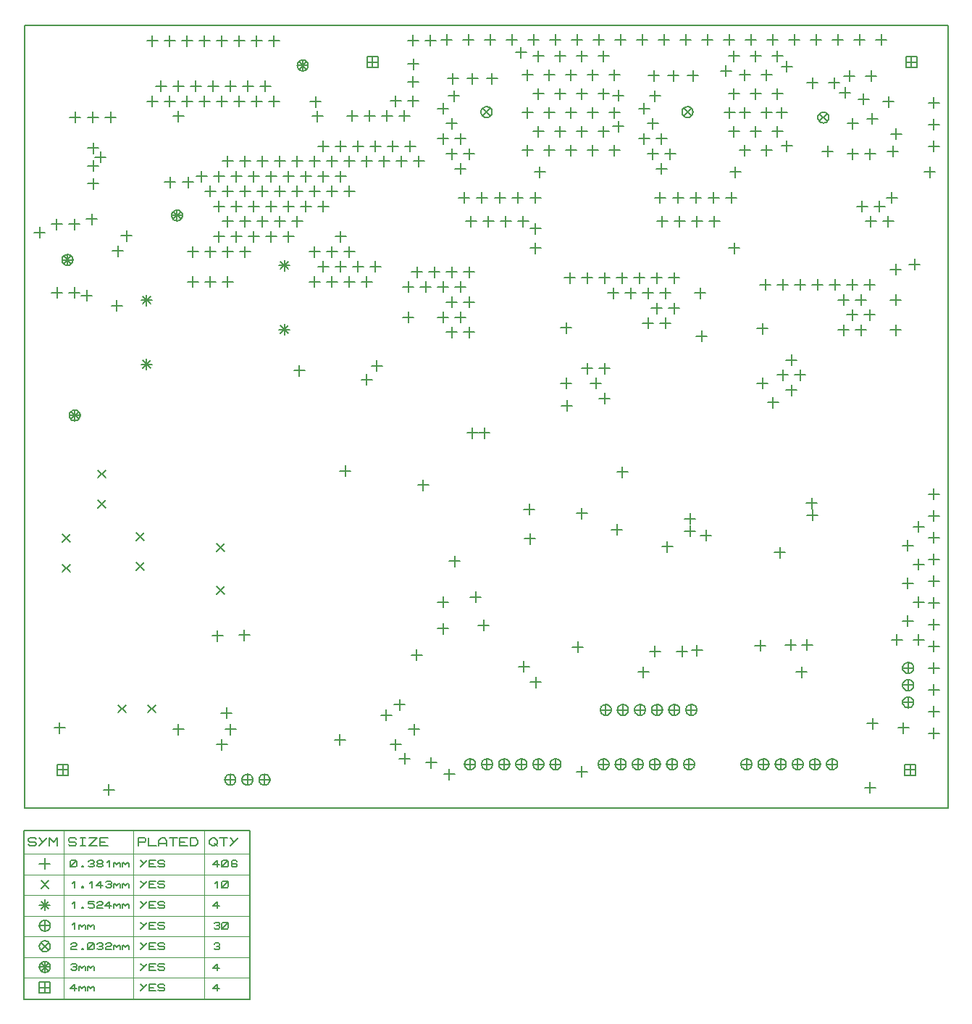
<source format=gbr>
G04 PROTEUS RS274X GERBER FILE*
%FSLAX45Y45*%
%MOMM*%
G01*
%ADD41C,0.203200*%
%ADD134C,0.127000*%
%ADD135C,0.063500*%
D41*
X+4013200Y+1115810D02*
X+4013200Y+988810D01*
X+3949700Y+1052310D02*
X+4076700Y+1052310D01*
X+3911600Y+1291786D02*
X+3911600Y+1164786D01*
X+3848100Y+1228286D02*
X+3975100Y+1228286D01*
X+4114800Y+1291786D02*
X+4114800Y+1164786D01*
X+4051300Y+1228286D02*
X+4178300Y+1228286D01*
X+3810000Y+1467762D02*
X+3810000Y+1340762D01*
X+3746500Y+1404262D02*
X+3873500Y+1404262D01*
X+4013200Y+1467762D02*
X+4013200Y+1340762D01*
X+3949700Y+1404262D02*
X+4076700Y+1404262D01*
X+3911600Y+1643738D02*
X+3911600Y+1516738D01*
X+3848100Y+1580238D02*
X+3975100Y+1580238D01*
X+3810000Y+1819714D02*
X+3810000Y+1692714D01*
X+3746500Y+1756214D02*
X+3873500Y+1756214D01*
X+3937000Y+1968500D02*
X+3937000Y+1841500D01*
X+3873500Y+1905000D02*
X+4000500Y+1905000D01*
X+8597900Y+1291786D02*
X+8597900Y+1164786D01*
X+8534400Y+1228286D02*
X+8661400Y+1228286D01*
X+8801100Y+1291786D02*
X+8801100Y+1164786D01*
X+8737600Y+1228286D02*
X+8864600Y+1228286D01*
X+8597900Y+1643738D02*
X+8597900Y+1516738D01*
X+8534400Y+1580238D02*
X+8661400Y+1580238D01*
X+8724900Y+1930400D02*
X+8724900Y+1803400D01*
X+8661400Y+1866900D02*
X+8788400Y+1866900D01*
X+6363969Y+1115810D02*
X+6363969Y+988810D01*
X+6300469Y+1052310D02*
X+6427469Y+1052310D01*
X+6262369Y+1291786D02*
X+6262369Y+1164786D01*
X+6198869Y+1228286D02*
X+6325869Y+1228286D01*
X+6465569Y+1291786D02*
X+6465569Y+1164786D01*
X+6402069Y+1228286D02*
X+6529069Y+1228286D01*
X+6160769Y+1467762D02*
X+6160769Y+1340762D01*
X+6097269Y+1404262D02*
X+6224269Y+1404262D01*
X+6363969Y+1467762D02*
X+6363969Y+1340762D01*
X+6300469Y+1404262D02*
X+6427469Y+1404262D01*
X+6262369Y+1643738D02*
X+6262369Y+1516738D01*
X+6198869Y+1580238D02*
X+6325869Y+1580238D01*
X+6160769Y+1819714D02*
X+6160769Y+1692714D01*
X+6097269Y+1756214D02*
X+6224269Y+1756214D01*
X+6286500Y+1968500D02*
X+6286500Y+1841500D01*
X+6223000Y+1905000D02*
X+6350000Y+1905000D01*
X+7747000Y-3365500D02*
X+7747000Y-3492500D01*
X+7683500Y-3429000D02*
X+7810500Y-3429000D01*
X+6428649Y-3300010D02*
X+6428649Y-3427010D01*
X+6365149Y-3363510D02*
X+6492149Y-3363510D01*
X+8305800Y+1321045D02*
X+8305800Y+1194045D01*
X+8242300Y+1257545D02*
X+8369300Y+1257545D01*
X+9067800Y+1321045D02*
X+9067800Y+1194045D01*
X+9004300Y+1257545D02*
X+9131300Y+1257545D01*
X+8509000Y+2006600D02*
X+8509000Y+1879600D01*
X+8445500Y+1943100D02*
X+8572500Y+1943100D01*
X+8559800Y+2200925D02*
X+8559800Y+2073925D01*
X+8496300Y+2137425D02*
X+8623300Y+2137425D01*
X+8813800Y+2200925D02*
X+8813800Y+2073925D01*
X+8750300Y+2137425D02*
X+8877300Y+2137425D01*
X+7519052Y-4456396D02*
X+7519052Y-4583396D01*
X+7455552Y-4519896D02*
X+7582552Y-4519896D01*
X+7874000Y-4445000D02*
X+7874000Y-4572000D01*
X+7810500Y-4508500D02*
X+7937500Y-4508500D01*
X+3811743Y-3946408D02*
X+3811743Y-4073408D01*
X+3748243Y-4009908D02*
X+3875243Y-4009908D01*
X+3810000Y-4254500D02*
X+3810000Y-4381500D01*
X+3746500Y-4318000D02*
X+3873500Y-4318000D01*
X+5384021Y-4472075D02*
X+5384021Y-4599075D01*
X+5320521Y-4535575D02*
X+5447521Y-4535575D01*
X+4283159Y-4219511D02*
X+4283159Y-4346511D01*
X+4219659Y-4283011D02*
X+4346659Y-4283011D01*
X+4826045Y-3204260D02*
X+4826045Y-3331260D01*
X+4762545Y-3267760D02*
X+4889545Y-3267760D01*
X+2667000Y-2413000D02*
X+2667000Y-2540000D01*
X+2603500Y-2476500D02*
X+2730500Y-2476500D01*
X+7543800Y-749300D02*
X+7543800Y-876300D01*
X+7480300Y-812800D02*
X+7607300Y-812800D01*
X+8127850Y-2930366D02*
X+8127850Y-3057366D01*
X+8064350Y-2993866D02*
X+8191350Y-2993866D01*
X+8118219Y-2790214D02*
X+8118219Y-2917214D01*
X+8054719Y-2853714D02*
X+8181719Y-2853714D01*
X+5249412Y-740676D02*
X+5249412Y-867676D01*
X+5185912Y-804176D02*
X+5312912Y-804176D01*
X+6696244Y-2972270D02*
X+6696244Y-3099270D01*
X+6632744Y-3035770D02*
X+6759744Y-3035770D01*
X+5257800Y-1651000D02*
X+5257800Y-1778000D01*
X+5194300Y-1714500D02*
X+5321300Y-1714500D01*
X+5905500Y-2425700D02*
X+5905500Y-2552700D01*
X+5842000Y-2489200D02*
X+5969000Y-2489200D01*
X+6698805Y-3117294D02*
X+6698805Y-3244294D01*
X+6635305Y-3180794D02*
X+6762305Y-3180794D01*
X+7664736Y-1613363D02*
X+7664736Y-1740363D01*
X+7601236Y-1676863D02*
X+7728236Y-1676863D01*
X+8826500Y+1701800D02*
X+8826500Y+1574800D01*
X+8763000Y+1638300D02*
X+8890000Y+1638300D01*
X+9105900Y+1524000D02*
X+9105900Y+1397000D01*
X+9042400Y+1460500D02*
X+9169400Y+1460500D01*
X+8802625Y-6114044D02*
X+8802625Y-6241044D01*
X+8739125Y-6177544D02*
X+8866125Y-6177544D01*
X+8064500Y-4445000D02*
X+8064500Y-4572000D01*
X+8001000Y-4508500D02*
X+8128000Y-4508500D01*
X+8001000Y-4762500D02*
X+8001000Y-4889500D01*
X+7937500Y-4826000D02*
X+8064500Y-4826000D01*
X+6286500Y-4521200D02*
X+6286500Y-4648200D01*
X+6223000Y-4584700D02*
X+6350000Y-4584700D01*
X+6604000Y-4521200D02*
X+6604000Y-4648200D01*
X+6540500Y-4584700D02*
X+6667500Y-4584700D01*
X+6153231Y-4763444D02*
X+6153231Y-4890444D01*
X+6089731Y-4826944D02*
X+6216731Y-4826944D01*
X+6778656Y-4508079D02*
X+6778656Y-4635079D01*
X+6715156Y-4571579D02*
X+6842156Y-4571579D01*
X+3944752Y-3469050D02*
X+3944752Y-3596050D01*
X+3881252Y-3532550D02*
X+4008252Y-3532550D01*
X+5431385Y-2908300D02*
X+5431385Y-3035300D01*
X+5367885Y-2971800D02*
X+5494885Y-2971800D01*
X+5842000Y-3098800D02*
X+5842000Y-3225800D01*
X+5778500Y-3162300D02*
X+5905500Y-3162300D01*
X+6883138Y-3166589D02*
X+6883138Y-3293589D01*
X+6819638Y-3230089D02*
X+6946638Y-3230089D01*
X+6832600Y-838200D02*
X+6832600Y-965200D01*
X+6769100Y-901700D02*
X+6896100Y-901700D01*
X+5249124Y-1389822D02*
X+5249124Y-1516822D01*
X+5185624Y-1453322D02*
X+5312624Y-1453322D01*
X+3850575Y+2623820D02*
X+3850575Y+2496820D01*
X+3787075Y+2560320D02*
X+3914075Y+2560320D01*
X+4104575Y+2623820D02*
X+4104575Y+2496820D01*
X+4041075Y+2560320D02*
X+4168075Y+2560320D01*
X+4358575Y+2623820D02*
X+4358575Y+2496820D01*
X+4295075Y+2560320D02*
X+4422075Y+2560320D01*
X+4612575Y+2623820D02*
X+4612575Y+2496820D01*
X+4549075Y+2560320D02*
X+4676075Y+2560320D01*
X+4866575Y+2623820D02*
X+4866575Y+2496820D01*
X+4803075Y+2560320D02*
X+4930075Y+2560320D01*
X+5120575Y+2623820D02*
X+5120575Y+2496820D01*
X+5057075Y+2560320D02*
X+5184075Y+2560320D01*
X+5374575Y+2623820D02*
X+5374575Y+2496820D01*
X+5311075Y+2560320D02*
X+5438075Y+2560320D01*
X+5628575Y+2623820D02*
X+5628575Y+2496820D01*
X+5565075Y+2560320D02*
X+5692075Y+2560320D01*
X+5882575Y+2623820D02*
X+5882575Y+2496820D01*
X+5819075Y+2560320D02*
X+5946075Y+2560320D01*
X+6136575Y+2623820D02*
X+6136575Y+2496820D01*
X+6073075Y+2560320D02*
X+6200075Y+2560320D01*
X+6390575Y+2623820D02*
X+6390575Y+2496820D01*
X+6327075Y+2560320D02*
X+6454075Y+2560320D01*
X+6644575Y+2623820D02*
X+6644575Y+2496820D01*
X+6581075Y+2560320D02*
X+6708075Y+2560320D01*
X+6898575Y+2623820D02*
X+6898575Y+2496820D01*
X+6835075Y+2560320D02*
X+6962075Y+2560320D01*
X+7152575Y+2623820D02*
X+7152575Y+2496820D01*
X+7089075Y+2560320D02*
X+7216075Y+2560320D01*
X+7406575Y+2623820D02*
X+7406575Y+2496820D01*
X+7343075Y+2560320D02*
X+7470075Y+2560320D01*
X+7660575Y+2623820D02*
X+7660575Y+2496820D01*
X+7597075Y+2560320D02*
X+7724075Y+2560320D01*
X+7914575Y+2623820D02*
X+7914575Y+2496820D01*
X+7851075Y+2560320D02*
X+7978075Y+2560320D01*
X+8168575Y+2623820D02*
X+8168575Y+2496820D01*
X+8105075Y+2560320D02*
X+8232075Y+2560320D01*
X+8422575Y+2623820D02*
X+8422575Y+2496820D01*
X+8359075Y+2560320D02*
X+8486075Y+2560320D01*
X+8676575Y+2623820D02*
X+8676575Y+2496820D01*
X+8613075Y+2560320D02*
X+8740075Y+2560320D01*
X+8930575Y+2623820D02*
X+8930575Y+2496820D01*
X+8867075Y+2560320D02*
X+8994075Y+2560320D01*
X+9545320Y+1885339D02*
X+9545320Y+1758339D01*
X+9481820Y+1821839D02*
X+9608820Y+1821839D01*
X+9545320Y+1631339D02*
X+9545320Y+1504339D01*
X+9481820Y+1567839D02*
X+9608820Y+1567839D01*
X+9545320Y+1377339D02*
X+9545320Y+1250339D01*
X+9481820Y+1313839D02*
X+9608820Y+1313839D01*
X+9545320Y-2686661D02*
X+9545320Y-2813661D01*
X+9481820Y-2750161D02*
X+9608820Y-2750161D01*
X+9545320Y-2940661D02*
X+9545320Y-3067661D01*
X+9481820Y-3004161D02*
X+9608820Y-3004161D01*
X+9545320Y-3194661D02*
X+9545320Y-3321661D01*
X+9481820Y-3258161D02*
X+9608820Y-3258161D01*
X+9545320Y-3448661D02*
X+9545320Y-3575661D01*
X+9481820Y-3512161D02*
X+9608820Y-3512161D01*
X+9545320Y-3702661D02*
X+9545320Y-3829661D01*
X+9481820Y-3766161D02*
X+9608820Y-3766161D01*
X+9545320Y-3956661D02*
X+9545320Y-4083661D01*
X+9481820Y-4020161D02*
X+9608820Y-4020161D01*
X+9545320Y-4210661D02*
X+9545320Y-4337661D01*
X+9481820Y-4274161D02*
X+9608820Y-4274161D01*
X+9545320Y-4464661D02*
X+9545320Y-4591661D01*
X+9481820Y-4528161D02*
X+9608820Y-4528161D01*
X+9545320Y-4718661D02*
X+9545320Y-4845661D01*
X+9481820Y-4782161D02*
X+9608820Y-4782161D01*
X+9545320Y-4972661D02*
X+9545320Y-5099661D01*
X+9481820Y-5036161D02*
X+9608820Y-5036161D01*
X+9545320Y-5226661D02*
X+9545320Y-5353661D01*
X+9481820Y-5290161D02*
X+9608820Y-5290161D01*
X+9545320Y-5480661D02*
X+9545320Y-5607661D01*
X+9481820Y-5544161D02*
X+9608820Y-5544161D01*
X+5430518Y-5926808D02*
X+5430518Y-6053808D01*
X+5367018Y-5990308D02*
X+5494018Y-5990308D01*
X+9113518Y-4387018D02*
X+9113518Y-4514018D01*
X+9050018Y-4450518D02*
X+9177018Y-4450518D01*
X+9367518Y-4387018D02*
X+9367518Y-4514018D01*
X+9304018Y-4450518D02*
X+9431018Y-4450518D01*
X+9240518Y-4167048D02*
X+9240518Y-4294048D01*
X+9177018Y-4230548D02*
X+9304018Y-4230548D01*
X+9367518Y-3947078D02*
X+9367518Y-4074078D01*
X+9304018Y-4010578D02*
X+9431018Y-4010578D01*
X+9240518Y-3727108D02*
X+9240518Y-3854108D01*
X+9177018Y-3790608D02*
X+9304018Y-3790608D01*
X+9367518Y-3507138D02*
X+9367518Y-3634138D01*
X+9304018Y-3570638D02*
X+9431018Y-3570638D01*
X+9240518Y-3287168D02*
X+9240518Y-3414168D01*
X+9177018Y-3350668D02*
X+9304018Y-3350668D01*
X+9367518Y-3067198D02*
X+9367518Y-3194198D01*
X+9304018Y-3130698D02*
X+9431018Y-3130698D01*
X+4795518Y+1332202D02*
X+4795518Y+1205202D01*
X+4732018Y+1268702D02*
X+4859018Y+1268702D01*
X+5049518Y+1332202D02*
X+5049518Y+1205202D01*
X+4986018Y+1268702D02*
X+5113018Y+1268702D01*
X+5303518Y+1332202D02*
X+5303518Y+1205202D01*
X+5240018Y+1268702D02*
X+5367018Y+1268702D01*
X+5557518Y+1332202D02*
X+5557518Y+1205202D01*
X+5494018Y+1268702D02*
X+5621018Y+1268702D01*
X+5811518Y+1332202D02*
X+5811518Y+1205202D01*
X+5748018Y+1268702D02*
X+5875018Y+1268702D01*
X+7335518Y+1332202D02*
X+7335518Y+1205202D01*
X+7272018Y+1268702D02*
X+7399018Y+1268702D01*
X+7589518Y+1332202D02*
X+7589518Y+1205202D01*
X+7526018Y+1268702D02*
X+7653018Y+1268702D01*
X+4922518Y+1552172D02*
X+4922518Y+1425172D01*
X+4859018Y+1488672D02*
X+4986018Y+1488672D01*
X+5176518Y+1552172D02*
X+5176518Y+1425172D01*
X+5113018Y+1488672D02*
X+5240018Y+1488672D01*
X+5430518Y+1552172D02*
X+5430518Y+1425172D01*
X+5367018Y+1488672D02*
X+5494018Y+1488672D01*
X+5684518Y+1552172D02*
X+5684518Y+1425172D01*
X+5621018Y+1488672D02*
X+5748018Y+1488672D01*
X+7208518Y+1552172D02*
X+7208518Y+1425172D01*
X+7145018Y+1488672D02*
X+7272018Y+1488672D01*
X+7462518Y+1552172D02*
X+7462518Y+1425172D01*
X+7399018Y+1488672D02*
X+7526018Y+1488672D01*
X+7716518Y+1552172D02*
X+7716518Y+1425172D01*
X+7653018Y+1488672D02*
X+7780018Y+1488672D01*
X+4795518Y+1772142D02*
X+4795518Y+1645142D01*
X+4732018Y+1708642D02*
X+4859018Y+1708642D01*
X+5049518Y+1772142D02*
X+5049518Y+1645142D01*
X+4986018Y+1708642D02*
X+5113018Y+1708642D01*
X+5303518Y+1772142D02*
X+5303518Y+1645142D01*
X+5240018Y+1708642D02*
X+5367018Y+1708642D01*
X+5557518Y+1772142D02*
X+5557518Y+1645142D01*
X+5494018Y+1708642D02*
X+5621018Y+1708642D01*
X+5811518Y+1772142D02*
X+5811518Y+1645142D01*
X+5748018Y+1708642D02*
X+5875018Y+1708642D01*
X+7335518Y+1772142D02*
X+7335518Y+1645142D01*
X+7272018Y+1708642D02*
X+7399018Y+1708642D01*
X+7589518Y+1772142D02*
X+7589518Y+1645142D01*
X+7526018Y+1708642D02*
X+7653018Y+1708642D01*
X+4922518Y+1992112D02*
X+4922518Y+1865112D01*
X+4859018Y+1928612D02*
X+4986018Y+1928612D01*
X+5176518Y+1992112D02*
X+5176518Y+1865112D01*
X+5113018Y+1928612D02*
X+5240018Y+1928612D01*
X+5430518Y+1992112D02*
X+5430518Y+1865112D01*
X+5367018Y+1928612D02*
X+5494018Y+1928612D01*
X+5684518Y+1992112D02*
X+5684518Y+1865112D01*
X+5621018Y+1928612D02*
X+5748018Y+1928612D01*
X+7208518Y+1992112D02*
X+7208518Y+1865112D01*
X+7145018Y+1928612D02*
X+7272018Y+1928612D01*
X+7462518Y+1992112D02*
X+7462518Y+1865112D01*
X+7399018Y+1928612D02*
X+7526018Y+1928612D01*
X+7716518Y+1992112D02*
X+7716518Y+1865112D01*
X+7653018Y+1928612D02*
X+7780018Y+1928612D01*
X+4795518Y+2212082D02*
X+4795518Y+2085082D01*
X+4732018Y+2148582D02*
X+4859018Y+2148582D01*
X+5049518Y+2212082D02*
X+5049518Y+2085082D01*
X+4986018Y+2148582D02*
X+5113018Y+2148582D01*
X+5303518Y+2212082D02*
X+5303518Y+2085082D01*
X+5240018Y+2148582D02*
X+5367018Y+2148582D01*
X+5557518Y+2212082D02*
X+5557518Y+2085082D01*
X+5494018Y+2148582D02*
X+5621018Y+2148582D01*
X+5811518Y+2212082D02*
X+5811518Y+2085082D01*
X+5748018Y+2148582D02*
X+5875018Y+2148582D01*
X+7335518Y+2212082D02*
X+7335518Y+2085082D01*
X+7272018Y+2148582D02*
X+7399018Y+2148582D01*
X+7589518Y+2212082D02*
X+7589518Y+2085082D01*
X+7526018Y+2148582D02*
X+7653018Y+2148582D01*
X+4922518Y+2432052D02*
X+4922518Y+2305052D01*
X+4859018Y+2368552D02*
X+4986018Y+2368552D01*
X+5176518Y+2432052D02*
X+5176518Y+2305052D01*
X+5113018Y+2368552D02*
X+5240018Y+2368552D01*
X+5430518Y+2432052D02*
X+5430518Y+2305052D01*
X+5367018Y+2368552D02*
X+5494018Y+2368552D01*
X+5684518Y+2432052D02*
X+5684518Y+2305052D01*
X+5621018Y+2368552D02*
X+5748018Y+2368552D01*
X+7208518Y+2432052D02*
X+7208518Y+2305052D01*
X+7145018Y+2368552D02*
X+7272018Y+2368552D01*
X+7462518Y+2432052D02*
X+7462518Y+2305052D01*
X+7399018Y+2368552D02*
X+7526018Y+2368552D01*
X+7716518Y+2432052D02*
X+7716518Y+2305052D01*
X+7653018Y+2368552D02*
X+7780018Y+2368552D01*
X+5249412Y-1390650D02*
X+5249412Y-1517650D01*
X+5185912Y-1454150D02*
X+5312912Y-1454150D01*
X+7545632Y-1391130D02*
X+7545632Y-1518130D01*
X+7482132Y-1454630D02*
X+7609132Y-1454630D01*
X+2602489Y-5557543D02*
X+2602489Y-5684543D01*
X+2538989Y-5621043D02*
X+2665989Y-5621043D01*
X+7226300Y+1079500D02*
X+7226300Y+952500D01*
X+7162800Y+1016000D02*
X+7289800Y+1016000D01*
X+7213600Y+190500D02*
X+7213600Y+63500D01*
X+7150100Y+127000D02*
X+7277100Y+127000D01*
X+4940300Y+1079500D02*
X+4940300Y+952500D01*
X+4876800Y+1016000D02*
X+5003800Y+1016000D01*
X+4889500Y+190500D02*
X+4889500Y+63500D01*
X+4826000Y+127000D02*
X+4953000Y+127000D01*
X+9321800Y+0D02*
X+9321800Y-127000D01*
X+9258300Y-63500D02*
X+9385300Y-63500D01*
X+9499600Y+1079500D02*
X+9499600Y+952500D01*
X+9436100Y+1016000D02*
X+9563100Y+1016000D01*
X+8831424Y-5363706D02*
X+8831424Y-5490706D01*
X+8767924Y-5427206D02*
X+8894924Y-5427206D01*
X+3034848Y-1188486D02*
X+3034848Y-1315486D01*
X+2971348Y-1251986D02*
X+3098348Y-1251986D01*
X+3576345Y-2579622D02*
X+3576345Y-2706622D01*
X+3512845Y-2643122D02*
X+3639845Y-2643122D01*
X+4818888Y-2861788D02*
X+4818888Y-2988788D01*
X+4755388Y-2925288D02*
X+4882388Y-2925288D01*
X+9016999Y+1900537D02*
X+9016999Y+1773537D01*
X+8953499Y+1837037D02*
X+9080499Y+1837037D01*
X+8127999Y+2120507D02*
X+8127999Y+1993507D01*
X+8064499Y+2057007D02*
X+8191499Y+2057007D01*
X+8381999Y+2120507D02*
X+8381999Y+1993507D01*
X+8318499Y+2057007D02*
X+8445499Y+2057007D01*
X+3924300Y+2168792D02*
X+3924300Y+2041792D01*
X+3860800Y+2105292D02*
X+3987800Y+2105292D01*
X+4152900Y+2168792D02*
X+4152900Y+2041792D01*
X+4089400Y+2105292D02*
X+4216400Y+2105292D01*
X+4381500Y+2168792D02*
X+4381500Y+2041792D01*
X+4318000Y+2105292D02*
X+4445000Y+2105292D01*
X+6273914Y+2203298D02*
X+6273914Y+2076298D01*
X+6210414Y+2139798D02*
X+6337414Y+2139798D01*
X+6502514Y+2203298D02*
X+6502514Y+2076298D01*
X+6439014Y+2139798D02*
X+6566014Y+2139798D01*
X+6731114Y+2203298D02*
X+6731114Y+2076298D01*
X+6667614Y+2139798D02*
X+6794614Y+2139798D01*
X+3500118Y-4562994D02*
X+3500118Y-4689994D01*
X+3436618Y-4626494D02*
X+3563618Y-4626494D01*
X+7157718Y+1772142D02*
X+7157718Y+1645142D01*
X+7094218Y+1708642D02*
X+7221218Y+1708642D01*
X+7767318Y+1772142D02*
X+7767318Y+1645142D01*
X+7703818Y+1708642D02*
X+7830818Y+1708642D01*
X+4719318Y+2476046D02*
X+4719318Y+2349046D01*
X+4655818Y+2412546D02*
X+4782818Y+2412546D01*
X+1021080Y+1905196D02*
X+1021080Y+1778196D01*
X+957580Y+1841696D02*
X+1084580Y+1841696D01*
X+1224280Y+1905196D02*
X+1224280Y+1778196D01*
X+1160780Y+1841696D02*
X+1287780Y+1841696D01*
X+1427480Y+1905196D02*
X+1427480Y+1778196D01*
X+1363980Y+1841696D02*
X+1490980Y+1841696D01*
X+1630680Y+1905196D02*
X+1630680Y+1778196D01*
X+1567180Y+1841696D02*
X+1694180Y+1841696D01*
X+1833880Y+1905196D02*
X+1833880Y+1778196D01*
X+1770380Y+1841696D02*
X+1897380Y+1841696D01*
X+513080Y+2081172D02*
X+513080Y+1954172D01*
X+449580Y+2017672D02*
X+576580Y+2017672D01*
X+716280Y+2081172D02*
X+716280Y+1954172D01*
X+652780Y+2017672D02*
X+779780Y+2017672D01*
X+919480Y+2081172D02*
X+919480Y+1954172D01*
X+855980Y+2017672D02*
X+982980Y+2017672D01*
X+1122680Y+2081172D02*
X+1122680Y+1954172D01*
X+1059180Y+2017672D02*
X+1186180Y+2017672D01*
X+1325880Y+2081172D02*
X+1325880Y+1954172D01*
X+1262380Y+2017672D02*
X+1389380Y+2017672D01*
X+1529080Y+2081172D02*
X+1529080Y+1954172D01*
X+1465580Y+2017672D02*
X+1592580Y+2017672D01*
X+1732280Y+2081172D02*
X+1732280Y+1954172D01*
X+1668780Y+2017672D02*
X+1795780Y+2017672D01*
X+411480Y+2609100D02*
X+411480Y+2482100D01*
X+347980Y+2545600D02*
X+474980Y+2545600D01*
X+614680Y+2609100D02*
X+614680Y+2482100D01*
X+551180Y+2545600D02*
X+678180Y+2545600D01*
X+817880Y+2609100D02*
X+817880Y+2482100D01*
X+754380Y+2545600D02*
X+881380Y+2545600D01*
X+1021080Y+2609100D02*
X+1021080Y+2482100D01*
X+957580Y+2545600D02*
X+1084580Y+2545600D01*
X+1224280Y+2609100D02*
X+1224280Y+2482100D01*
X+1160780Y+2545600D02*
X+1287780Y+2545600D01*
X+1427480Y+2609100D02*
X+1427480Y+2482100D01*
X+1363980Y+2545600D02*
X+1490980Y+2545600D01*
X+1630680Y+2609100D02*
X+1630680Y+2482100D01*
X+1567180Y+2545600D02*
X+1694180Y+2545600D01*
X+1833880Y+2609100D02*
X+1833880Y+2482100D01*
X+1770380Y+2545600D02*
X+1897380Y+2545600D01*
X+886143Y-203166D02*
X+886143Y-330166D01*
X+822643Y-266666D02*
X+949643Y-266666D01*
X+1089343Y-203166D02*
X+1089343Y-330166D01*
X+1025843Y-266666D02*
X+1152843Y-266666D01*
X+1292543Y-203166D02*
X+1292543Y-330166D01*
X+1229043Y-266666D02*
X+1356043Y-266666D01*
X+2308543Y-203166D02*
X+2308543Y-330166D01*
X+2245043Y-266666D02*
X+2372043Y-266666D01*
X+2511743Y-203166D02*
X+2511743Y-330166D01*
X+2448243Y-266666D02*
X+2575243Y-266666D01*
X+2714943Y-203166D02*
X+2714943Y-330166D01*
X+2651443Y-266666D02*
X+2778443Y-266666D01*
X+2918143Y-203166D02*
X+2918143Y-330166D01*
X+2854643Y-266666D02*
X+2981643Y-266666D01*
X+2410143Y-27190D02*
X+2410143Y-154190D01*
X+2346643Y-90690D02*
X+2473643Y-90690D01*
X+2613343Y-27190D02*
X+2613343Y-154190D01*
X+2549843Y-90690D02*
X+2676843Y-90690D01*
X+2816543Y-27190D02*
X+2816543Y-154190D01*
X+2753043Y-90690D02*
X+2880043Y-90690D01*
X+3019743Y-27190D02*
X+3019743Y-154190D01*
X+2956243Y-90690D02*
X+3083243Y-90690D01*
X+886143Y+148786D02*
X+886143Y+21786D01*
X+822643Y+85286D02*
X+949643Y+85286D01*
X+1089343Y+148786D02*
X+1089343Y+21786D01*
X+1025843Y+85286D02*
X+1152843Y+85286D01*
X+1292543Y+148786D02*
X+1292543Y+21786D01*
X+1229043Y+85286D02*
X+1356043Y+85286D01*
X+1495743Y+148786D02*
X+1495743Y+21786D01*
X+1432243Y+85286D02*
X+1559243Y+85286D01*
X+2308543Y+148786D02*
X+2308543Y+21786D01*
X+2245043Y+85286D02*
X+2372043Y+85286D01*
X+2511743Y+148786D02*
X+2511743Y+21786D01*
X+2448243Y+85286D02*
X+2575243Y+85286D01*
X+2714943Y+148786D02*
X+2714943Y+21786D01*
X+2651443Y+85286D02*
X+2778443Y+85286D01*
X+1190943Y+324762D02*
X+1190943Y+197762D01*
X+1127443Y+261262D02*
X+1254443Y+261262D01*
X+1394143Y+324762D02*
X+1394143Y+197762D01*
X+1330643Y+261262D02*
X+1457643Y+261262D01*
X+1597343Y+324762D02*
X+1597343Y+197762D01*
X+1533843Y+261262D02*
X+1660843Y+261262D01*
X+1800543Y+324762D02*
X+1800543Y+197762D01*
X+1737043Y+261262D02*
X+1864043Y+261262D01*
X+2003743Y+324762D02*
X+2003743Y+197762D01*
X+1940243Y+261262D02*
X+2067243Y+261262D01*
X+2613343Y+324762D02*
X+2613343Y+197762D01*
X+2549843Y+261262D02*
X+2676843Y+261262D01*
X+1292543Y+500738D02*
X+1292543Y+373738D01*
X+1229043Y+437238D02*
X+1356043Y+437238D01*
X+1495743Y+500738D02*
X+1495743Y+373738D01*
X+1432243Y+437238D02*
X+1559243Y+437238D01*
X+1698943Y+500738D02*
X+1698943Y+373738D01*
X+1635443Y+437238D02*
X+1762443Y+437238D01*
X+1902143Y+500738D02*
X+1902143Y+373738D01*
X+1838643Y+437238D02*
X+1965643Y+437238D01*
X+2105343Y+500738D02*
X+2105343Y+373738D01*
X+2041843Y+437238D02*
X+2168843Y+437238D01*
X+4137343Y+500738D02*
X+4137343Y+373738D01*
X+4073843Y+437238D02*
X+4200843Y+437238D01*
X+4340543Y+500738D02*
X+4340543Y+373738D01*
X+4277043Y+437238D02*
X+4404043Y+437238D01*
X+4543743Y+500738D02*
X+4543743Y+373738D01*
X+4480243Y+437238D02*
X+4607243Y+437238D01*
X+4746943Y+500738D02*
X+4746943Y+373738D01*
X+4683443Y+437238D02*
X+4810443Y+437238D01*
X+6372543Y+500738D02*
X+6372543Y+373738D01*
X+6309043Y+437238D02*
X+6436043Y+437238D01*
X+6575743Y+500738D02*
X+6575743Y+373738D01*
X+6512243Y+437238D02*
X+6639243Y+437238D01*
X+6778943Y+500738D02*
X+6778943Y+373738D01*
X+6715443Y+437238D02*
X+6842443Y+437238D01*
X+6982143Y+500738D02*
X+6982143Y+373738D01*
X+6918643Y+437238D02*
X+7045643Y+437238D01*
X+8810943Y+500738D02*
X+8810943Y+373738D01*
X+8747443Y+437238D02*
X+8874443Y+437238D01*
X+9014143Y+500738D02*
X+9014143Y+373738D01*
X+8950643Y+437238D02*
X+9077643Y+437238D01*
X+1190943Y+676714D02*
X+1190943Y+549714D01*
X+1127443Y+613214D02*
X+1254443Y+613214D01*
X+1394143Y+676714D02*
X+1394143Y+549714D01*
X+1330643Y+613214D02*
X+1457643Y+613214D01*
X+1597343Y+676714D02*
X+1597343Y+549714D01*
X+1533843Y+613214D02*
X+1660843Y+613214D01*
X+1800543Y+676714D02*
X+1800543Y+549714D01*
X+1737043Y+613214D02*
X+1864043Y+613214D01*
X+2003743Y+676714D02*
X+2003743Y+549714D01*
X+1940243Y+613214D02*
X+2067243Y+613214D01*
X+2206943Y+676714D02*
X+2206943Y+549714D01*
X+2143443Y+613214D02*
X+2270443Y+613214D01*
X+2410143Y+676714D02*
X+2410143Y+549714D01*
X+2346643Y+613214D02*
X+2473643Y+613214D01*
X+8709343Y+676714D02*
X+8709343Y+549714D01*
X+8645843Y+613214D02*
X+8772843Y+613214D01*
X+8912543Y+676714D02*
X+8912543Y+549714D01*
X+8849043Y+613214D02*
X+8976043Y+613214D01*
X+1089343Y+852690D02*
X+1089343Y+725690D01*
X+1025843Y+789190D02*
X+1152843Y+789190D01*
X+1292543Y+852690D02*
X+1292543Y+725690D01*
X+1229043Y+789190D02*
X+1356043Y+789190D01*
X+1495743Y+852690D02*
X+1495743Y+725690D01*
X+1432243Y+789190D02*
X+1559243Y+789190D01*
X+1698943Y+852690D02*
X+1698943Y+725690D01*
X+1635443Y+789190D02*
X+1762443Y+789190D01*
X+1902143Y+852690D02*
X+1902143Y+725690D01*
X+1838643Y+789190D02*
X+1965643Y+789190D01*
X+2105343Y+852690D02*
X+2105343Y+725690D01*
X+2041843Y+789190D02*
X+2168843Y+789190D01*
X+2308543Y+852690D02*
X+2308543Y+725690D01*
X+2245043Y+789190D02*
X+2372043Y+789190D01*
X+2511743Y+852690D02*
X+2511743Y+725690D01*
X+2448243Y+789190D02*
X+2575243Y+789190D01*
X+2714943Y+852690D02*
X+2714943Y+725690D01*
X+2651443Y+789190D02*
X+2778443Y+789190D01*
X+987743Y+1028666D02*
X+987743Y+901666D01*
X+924243Y+965166D02*
X+1051243Y+965166D01*
X+1190943Y+1028666D02*
X+1190943Y+901666D01*
X+1127443Y+965166D02*
X+1254443Y+965166D01*
X+1394143Y+1028666D02*
X+1394143Y+901666D01*
X+1330643Y+965166D02*
X+1457643Y+965166D01*
X+1597343Y+1028666D02*
X+1597343Y+901666D01*
X+1533843Y+965166D02*
X+1660843Y+965166D01*
X+1800543Y+1028666D02*
X+1800543Y+901666D01*
X+1737043Y+965166D02*
X+1864043Y+965166D01*
X+2003743Y+1028666D02*
X+2003743Y+901666D01*
X+1940243Y+965166D02*
X+2067243Y+965166D01*
X+2206943Y+1028666D02*
X+2206943Y+901666D01*
X+2143443Y+965166D02*
X+2270443Y+965166D01*
X+2410143Y+1028666D02*
X+2410143Y+901666D01*
X+2346643Y+965166D02*
X+2473643Y+965166D01*
X+2613343Y+1028666D02*
X+2613343Y+901666D01*
X+2549843Y+965166D02*
X+2676843Y+965166D01*
X+1292543Y+1204642D02*
X+1292543Y+1077642D01*
X+1229043Y+1141142D02*
X+1356043Y+1141142D01*
X+1495743Y+1204642D02*
X+1495743Y+1077642D01*
X+1432243Y+1141142D02*
X+1559243Y+1141142D01*
X+1698943Y+1204642D02*
X+1698943Y+1077642D01*
X+1635443Y+1141142D02*
X+1762443Y+1141142D01*
X+1902143Y+1204642D02*
X+1902143Y+1077642D01*
X+1838643Y+1141142D02*
X+1965643Y+1141142D01*
X+2105343Y+1204642D02*
X+2105343Y+1077642D01*
X+2041843Y+1141142D02*
X+2168843Y+1141142D01*
X+2308543Y+1204642D02*
X+2308543Y+1077642D01*
X+2245043Y+1141142D02*
X+2372043Y+1141142D01*
X+2511743Y+1204642D02*
X+2511743Y+1077642D01*
X+2448243Y+1141142D02*
X+2575243Y+1141142D01*
X+2714943Y+1204642D02*
X+2714943Y+1077642D01*
X+2651443Y+1141142D02*
X+2778443Y+1141142D01*
X+2918143Y+1204642D02*
X+2918143Y+1077642D01*
X+2854643Y+1141142D02*
X+2981643Y+1141142D01*
X+3121343Y+1204642D02*
X+3121343Y+1077642D01*
X+3057843Y+1141142D02*
X+3184843Y+1141142D01*
X+3324543Y+1204642D02*
X+3324543Y+1077642D01*
X+3261043Y+1141142D02*
X+3388043Y+1141142D01*
X+3527743Y+1204642D02*
X+3527743Y+1077642D01*
X+3464243Y+1141142D02*
X+3591243Y+1141142D01*
X+2410143Y+1380618D02*
X+2410143Y+1253618D01*
X+2346643Y+1317118D02*
X+2473643Y+1317118D01*
X+2613343Y+1380618D02*
X+2613343Y+1253618D01*
X+2549843Y+1317118D02*
X+2676843Y+1317118D01*
X+2816543Y+1380618D02*
X+2816543Y+1253618D01*
X+2753043Y+1317118D02*
X+2880043Y+1317118D01*
X+3019743Y+1380618D02*
X+3019743Y+1253618D01*
X+2956243Y+1317118D02*
X+3083243Y+1317118D01*
X+3222943Y+1380618D02*
X+3222943Y+1253618D01*
X+3159443Y+1317118D02*
X+3286443Y+1317118D01*
X+3426143Y+1380618D02*
X+3426143Y+1253618D01*
X+3362643Y+1317118D02*
X+3489643Y+1317118D01*
X+10160Y+156048D02*
X+10160Y+29048D01*
X-53340Y+92548D02*
X+73660Y+92548D01*
X+111760Y+332024D02*
X+111760Y+205024D01*
X+48260Y+268524D02*
X+175260Y+268524D01*
X+7828280Y+1380955D02*
X+7828280Y+1253955D01*
X+7764780Y+1317455D02*
X+7891780Y+1317455D01*
X+2748280Y+1732907D02*
X+2748280Y+1605907D01*
X+2684780Y+1669407D02*
X+2811780Y+1669407D01*
X+2951480Y+1732907D02*
X+2951480Y+1605907D01*
X+2887980Y+1669407D02*
X+3014980Y+1669407D01*
X+3154680Y+1732907D02*
X+3154680Y+1605907D01*
X+3091180Y+1669407D02*
X+3218180Y+1669407D01*
X+3357880Y+1732907D02*
X+3357880Y+1605907D01*
X+3294380Y+1669407D02*
X+3421380Y+1669407D01*
X+3256280Y+1908883D02*
X+3256280Y+1781883D01*
X+3192780Y+1845383D02*
X+3319780Y+1845383D01*
X+3459480Y+1908883D02*
X+3459480Y+1781883D01*
X+3395980Y+1845383D02*
X+3522980Y+1845383D01*
X+7117080Y+2260835D02*
X+7117080Y+2133835D01*
X+7053580Y+2197335D02*
X+7180580Y+2197335D01*
X+3459480Y+2612787D02*
X+3459480Y+2485787D01*
X+3395980Y+2549287D02*
X+3522980Y+2549287D01*
X+3662680Y+2612787D02*
X+3662680Y+2485787D01*
X+3599180Y+2549287D02*
X+3726180Y+2549287D01*
X+4191000Y-3886200D02*
X+4191000Y-4013200D01*
X+4127500Y-3949700D02*
X+4254500Y-3949700D01*
X+3472115Y-5433769D02*
X+3472115Y-5560769D01*
X+3408615Y-5497269D02*
X+3535615Y-5497269D01*
X+3671704Y-5821700D02*
X+3671704Y-5948700D01*
X+3608204Y-5885200D02*
X+3735204Y-5885200D01*
X+2130561Y-1239777D02*
X+2130561Y-1366777D01*
X+2067061Y-1303277D02*
X+2194061Y-1303277D01*
X+2915774Y-1346217D02*
X+2915774Y-1473217D01*
X+2852274Y-1409717D02*
X+2979274Y-1409717D01*
X+4292600Y-1968500D02*
X+4292600Y-2095500D01*
X+4229100Y-2032000D02*
X+4356100Y-2032000D01*
X+4895850Y-4883150D02*
X+4895850Y-5010150D01*
X+4832350Y-4946650D02*
X+4959350Y-4946650D01*
X+3145817Y-5269603D02*
X+3145817Y-5396603D01*
X+3082317Y-5333103D02*
X+3209317Y-5333103D01*
X+4152900Y-1968500D02*
X+4152900Y-2095500D01*
X+4089400Y-2032000D02*
X+4216400Y-2032000D01*
X+4752309Y-4701509D02*
X+4752309Y-4828509D01*
X+4688809Y-4765009D02*
X+4815809Y-4765009D01*
X+3302000Y-5143500D02*
X+3302000Y-5270500D01*
X+3238500Y-5207000D02*
X+3365500Y-5207000D01*
X+716280Y+1729220D02*
X+716280Y+1602220D01*
X+652780Y+1665720D02*
X+779780Y+1665720D01*
X+2341880Y+1729220D02*
X+2341880Y+1602220D01*
X+2278380Y+1665720D02*
X+2405380Y+1665720D01*
X+411480Y+1905196D02*
X+411480Y+1778196D01*
X+347980Y+1841696D02*
X+474980Y+1841696D01*
X+614680Y+1905196D02*
X+614680Y+1778196D01*
X+551180Y+1841696D02*
X+678180Y+1841696D01*
X+817880Y+1905196D02*
X+817880Y+1778196D01*
X+754380Y+1841696D02*
X+881380Y+1841696D01*
X-701040Y-332375D02*
X-701040Y-459375D01*
X-764540Y-395875D02*
X-637540Y-395875D01*
X-497840Y-332375D02*
X-497840Y-459375D01*
X-561340Y-395875D02*
X-434340Y-395875D01*
X-904240Y+371529D02*
X-904240Y+244529D01*
X-967740Y+308029D02*
X-840740Y+308029D01*
X-193040Y+1251409D02*
X-193040Y+1124409D01*
X-256540Y+1187909D02*
X-129540Y+1187909D01*
X-96520Y-6138165D02*
X-96520Y-6265165D01*
X-160020Y-6201665D02*
X-33020Y-6201665D01*
X+1224280Y-5610237D02*
X+1224280Y-5737237D01*
X+1160780Y-5673737D02*
X+1287780Y-5673737D01*
X+3256280Y-5610237D02*
X+3256280Y-5737237D01*
X+3192780Y-5673737D02*
X+3319780Y-5673737D01*
X+716280Y-5434261D02*
X+716280Y-5561261D01*
X+652780Y-5497761D02*
X+779780Y-5497761D01*
X+1325880Y-5434261D02*
X+1325880Y-5561261D01*
X+1262380Y-5497761D02*
X+1389380Y-5497761D01*
X+3459480Y+2132707D02*
X+3459480Y+2005707D01*
X+3395980Y+2069207D02*
X+3522980Y+2069207D01*
X+7828280Y+2308683D02*
X+7828280Y+2181683D01*
X+7764780Y+2245183D02*
X+7891780Y+2245183D01*
X-5081Y-485313D02*
X-5081Y-612313D01*
X-68581Y-548813D02*
X+58419Y-548813D01*
X+4889499Y+416562D02*
X+4889499Y+289562D01*
X+4825999Y+353062D02*
X+4952999Y+353062D01*
X+4056379Y+777312D02*
X+4056379Y+650312D01*
X+3992879Y+713812D02*
X+4119879Y+713812D01*
X+4264659Y+777312D02*
X+4264659Y+650312D01*
X+4201159Y+713812D02*
X+4328159Y+713812D01*
X+4472939Y+777312D02*
X+4472939Y+650312D01*
X+4409439Y+713812D02*
X+4536439Y+713812D01*
X+4681219Y+777312D02*
X+4681219Y+650312D01*
X+4617719Y+713812D02*
X+4744719Y+713812D01*
X+4889499Y+777312D02*
X+4889499Y+650312D01*
X+4825999Y+713812D02*
X+4952999Y+713812D01*
X+6347459Y+777312D02*
X+6347459Y+650312D01*
X+6283959Y+713812D02*
X+6410959Y+713812D01*
X+6555739Y+777312D02*
X+6555739Y+650312D01*
X+6492239Y+713812D02*
X+6619239Y+713812D01*
X+6764019Y+777312D02*
X+6764019Y+650312D01*
X+6700519Y+713812D02*
X+6827519Y+713812D01*
X+6972299Y+777312D02*
X+6972299Y+650312D01*
X+6908799Y+713812D02*
X+7035799Y+713812D01*
X+7180579Y+777312D02*
X+7180579Y+650312D01*
X+7117079Y+713812D02*
X+7244079Y+713812D01*
X+9055099Y+777312D02*
X+9055099Y+650312D01*
X+8991599Y+713812D02*
X+9118599Y+713812D01*
X+619759Y+957687D02*
X+619759Y+830687D01*
X+556259Y+894187D02*
X+683259Y+894187D01*
X+828039Y+957687D02*
X+828039Y+830687D01*
X+764539Y+894187D02*
X+891539Y+894187D01*
X-492760Y+1718222D02*
X-492760Y+1591222D01*
X-556260Y+1654722D02*
X-429260Y+1654722D01*
X-284480Y+1718222D02*
X-284480Y+1591222D01*
X-347980Y+1654722D02*
X-220980Y+1654722D01*
X-76200Y+1718222D02*
X-76200Y+1591222D01*
X-139700Y+1654722D02*
X-12700Y+1654722D01*
X+2319020Y+1898597D02*
X+2319020Y+1771597D01*
X+2255520Y+1835097D02*
X+2382520Y+1835097D01*
X+3881120Y-5956346D02*
X+3881120Y-6083346D01*
X+3817620Y-6019846D02*
X+3944620Y-6019846D01*
X+3360420Y-5775971D02*
X+3360420Y-5902971D01*
X+3296920Y-5839471D02*
X+3423920Y-5839471D01*
X+9192260Y-5415221D02*
X+9192260Y-5542221D01*
X+9128760Y-5478721D02*
X+9255760Y-5478721D01*
X+1485900Y-4332971D02*
X+1485900Y-4459971D01*
X+1422400Y-4396471D02*
X+1549400Y-4396471D01*
X+3464560Y+2340904D02*
X+3464560Y+2213904D01*
X+3401060Y+2277404D02*
X+3528060Y+2277404D01*
X+1277620Y-5243141D02*
X+1277620Y-5370141D01*
X+1214120Y-5306641D02*
X+1341120Y-5306641D01*
X+1173480Y-4341266D02*
X+1173480Y-4468266D01*
X+1109980Y-4404766D02*
X+1236980Y-4404766D01*
X+5859780Y+1611109D02*
X+5859780Y+1484109D01*
X+5796280Y+1547609D02*
X+5923280Y+1547609D01*
X+5859780Y+1971859D02*
X+5859780Y+1844859D01*
X+5796280Y+1908359D02*
X+5923280Y+1908359D01*
X-357008Y-364394D02*
X-357008Y-491394D01*
X-420508Y-427894D02*
X-293508Y-427894D01*
X-706169Y+469900D02*
X-706169Y+342900D01*
X-769669Y+406400D02*
X-642669Y+406400D01*
X-497889Y+469900D02*
X-497889Y+342900D01*
X-561389Y+406400D02*
X-434389Y+406400D01*
X-297392Y+526304D02*
X-297392Y+399304D01*
X-360892Y+462804D02*
X-233892Y+462804D01*
X-279400Y+942085D02*
X-279400Y+815085D01*
X-342900Y+878585D02*
X-215900Y+878585D01*
X-279400Y+1150365D02*
X-279400Y+1023365D01*
X-342900Y+1086865D02*
X-215900Y+1086865D01*
X-279400Y+1358645D02*
X-279400Y+1231645D01*
X-342900Y+1295145D02*
X-215900Y+1295145D01*
X+3913451Y-793744D02*
X+3913451Y-920744D01*
X+3849951Y-857244D02*
X+3976951Y-857244D01*
X+4116651Y-793744D02*
X+4116651Y-920744D01*
X+4053151Y-857244D02*
X+4180151Y-857244D01*
X+3405451Y-617768D02*
X+3405451Y-744768D01*
X+3341951Y-681268D02*
X+3468951Y-681268D01*
X+3811851Y-617768D02*
X+3811851Y-744768D01*
X+3748351Y-681268D02*
X+3875351Y-681268D01*
X+4015051Y-617768D02*
X+4015051Y-744768D01*
X+3951551Y-681268D02*
X+4078551Y-681268D01*
X+3913451Y-441792D02*
X+3913451Y-568792D01*
X+3849951Y-505292D02*
X+3976951Y-505292D01*
X+4116651Y-441792D02*
X+4116651Y-568792D01*
X+4053151Y-505292D02*
X+4180151Y-505292D01*
X+3405451Y-265816D02*
X+3405451Y-392816D01*
X+3341951Y-329316D02*
X+3468951Y-329316D01*
X+3608651Y-265816D02*
X+3608651Y-392816D01*
X+3545151Y-329316D02*
X+3672151Y-329316D01*
X+3811851Y-265816D02*
X+3811851Y-392816D01*
X+3748351Y-329316D02*
X+3875351Y-329316D01*
X+4015051Y-265816D02*
X+4015051Y-392816D01*
X+3951551Y-329316D02*
X+4078551Y-329316D01*
X+3507051Y-89840D02*
X+3507051Y-216840D01*
X+3443551Y-153340D02*
X+3570551Y-153340D01*
X+3710251Y-89840D02*
X+3710251Y-216840D01*
X+3646751Y-153340D02*
X+3773751Y-153340D01*
X+3913451Y-89840D02*
X+3913451Y-216840D01*
X+3849951Y-153340D02*
X+3976951Y-153340D01*
X+4116651Y-89840D02*
X+4116651Y-216840D01*
X+4053151Y-153340D02*
X+4180151Y-153340D01*
X+5697295Y-1567585D02*
X+5697295Y-1694585D01*
X+5633795Y-1631085D02*
X+5760795Y-1631085D01*
X+5595695Y-1391609D02*
X+5595695Y-1518609D01*
X+5532195Y-1455109D02*
X+5659195Y-1455109D01*
X+5494095Y-1215633D02*
X+5494095Y-1342633D01*
X+5430595Y-1279133D02*
X+5557595Y-1279133D01*
X+5697295Y-1215633D02*
X+5697295Y-1342633D01*
X+5633795Y-1279133D02*
X+5760795Y-1279133D01*
X+6205295Y-687705D02*
X+6205295Y-814705D01*
X+6141795Y-751205D02*
X+6268795Y-751205D01*
X+6408495Y-687705D02*
X+6408495Y-814705D01*
X+6344995Y-751205D02*
X+6471995Y-751205D01*
X+6306895Y-511729D02*
X+6306895Y-638729D01*
X+6243395Y-575229D02*
X+6370395Y-575229D01*
X+6510095Y-511729D02*
X+6510095Y-638729D01*
X+6446595Y-575229D02*
X+6573595Y-575229D01*
X+5798895Y-335753D02*
X+5798895Y-462753D01*
X+5735395Y-399253D02*
X+5862395Y-399253D01*
X+6002095Y-335753D02*
X+6002095Y-462753D01*
X+5938595Y-399253D02*
X+6065595Y-399253D01*
X+6205295Y-335753D02*
X+6205295Y-462753D01*
X+6141795Y-399253D02*
X+6268795Y-399253D01*
X+6408495Y-335753D02*
X+6408495Y-462753D01*
X+6344995Y-399253D02*
X+6471995Y-399253D01*
X+6814895Y-335753D02*
X+6814895Y-462753D01*
X+6751395Y-399253D02*
X+6878395Y-399253D01*
X+5290895Y-159777D02*
X+5290895Y-286777D01*
X+5227395Y-223277D02*
X+5354395Y-223277D01*
X+5494095Y-159777D02*
X+5494095Y-286777D01*
X+5430595Y-223277D02*
X+5557595Y-223277D01*
X+5697295Y-159777D02*
X+5697295Y-286777D01*
X+5633795Y-223277D02*
X+5760795Y-223277D01*
X+5900495Y-159777D02*
X+5900495Y-286777D01*
X+5836995Y-223277D02*
X+5963995Y-223277D01*
X+6103695Y-159777D02*
X+6103695Y-286777D01*
X+6040195Y-223277D02*
X+6167195Y-223277D01*
X+6306895Y-159777D02*
X+6306895Y-286777D01*
X+6243395Y-223277D02*
X+6370395Y-223277D01*
X+6510095Y-159777D02*
X+6510095Y-286777D01*
X+6446595Y-223277D02*
X+6573595Y-223277D01*
X+7881619Y-1470071D02*
X+7881619Y-1597071D01*
X+7818119Y-1533571D02*
X+7945119Y-1533571D01*
X+7780019Y-1294095D02*
X+7780019Y-1421095D01*
X+7716519Y-1357595D02*
X+7843519Y-1357595D01*
X+7983219Y-1294095D02*
X+7983219Y-1421095D01*
X+7919719Y-1357595D02*
X+8046719Y-1357595D01*
X+7881619Y-1118119D02*
X+7881619Y-1245119D01*
X+7818119Y-1181619D02*
X+7945119Y-1181619D01*
X+8491219Y-766167D02*
X+8491219Y-893167D01*
X+8427719Y-829667D02*
X+8554719Y-829667D01*
X+8694419Y-766167D02*
X+8694419Y-893167D01*
X+8630919Y-829667D02*
X+8757919Y-829667D01*
X+9100819Y-766167D02*
X+9100819Y-893167D01*
X+9037319Y-829667D02*
X+9164319Y-829667D01*
X+8592819Y-590191D02*
X+8592819Y-717191D01*
X+8529319Y-653691D02*
X+8656319Y-653691D01*
X+8796019Y-590191D02*
X+8796019Y-717191D01*
X+8732519Y-653691D02*
X+8859519Y-653691D01*
X+8491219Y-414215D02*
X+8491219Y-541215D01*
X+8427719Y-477715D02*
X+8554719Y-477715D01*
X+8694419Y-414215D02*
X+8694419Y-541215D01*
X+8630919Y-477715D02*
X+8757919Y-477715D01*
X+9100819Y-414215D02*
X+9100819Y-541215D01*
X+9037319Y-477715D02*
X+9164319Y-477715D01*
X+7576819Y-238239D02*
X+7576819Y-365239D01*
X+7513319Y-301739D02*
X+7640319Y-301739D01*
X+7780019Y-238239D02*
X+7780019Y-365239D01*
X+7716519Y-301739D02*
X+7843519Y-301739D01*
X+7983219Y-238239D02*
X+7983219Y-365239D01*
X+7919719Y-301739D02*
X+8046719Y-301739D01*
X+8186419Y-238239D02*
X+8186419Y-365239D01*
X+8122919Y-301739D02*
X+8249919Y-301739D01*
X+8389619Y-238239D02*
X+8389619Y-365239D01*
X+8326119Y-301739D02*
X+8453119Y-301739D01*
X+8592819Y-238239D02*
X+8592819Y-365239D01*
X+8529319Y-301739D02*
X+8656319Y-301739D01*
X+8796019Y-238239D02*
X+8796019Y-365239D01*
X+8732519Y-301739D02*
X+8859519Y-301739D01*
X+9100819Y-62263D02*
X+9100819Y-189263D01*
X+9037319Y-125763D02*
X+9164319Y-125763D01*
X-672147Y-5414639D02*
X-672147Y-5541639D01*
X-735647Y-5478139D02*
X-608647Y-5478139D01*
X+4381500Y+1714500D02*
X+4381283Y+1719747D01*
X+4379518Y+1730242D01*
X+4375826Y+1740737D01*
X+4369798Y+1751232D01*
X+4360576Y+1761612D01*
X+4350081Y+1769300D01*
X+4339586Y+1774218D01*
X+4329091Y+1777024D01*
X+4318596Y+1777997D01*
X+4318000Y+1778000D01*
X+4254500Y+1714500D02*
X+4254717Y+1719747D01*
X+4256482Y+1730242D01*
X+4260174Y+1740737D01*
X+4266202Y+1751232D01*
X+4275424Y+1761612D01*
X+4285919Y+1769300D01*
X+4296414Y+1774218D01*
X+4306909Y+1777024D01*
X+4317404Y+1777997D01*
X+4318000Y+1778000D01*
X+4254500Y+1714500D02*
X+4254717Y+1709253D01*
X+4256482Y+1698758D01*
X+4260174Y+1688263D01*
X+4266202Y+1677768D01*
X+4275424Y+1667388D01*
X+4285919Y+1659700D01*
X+4296414Y+1654782D01*
X+4306909Y+1651976D01*
X+4317404Y+1651003D01*
X+4318000Y+1651000D01*
X+4381500Y+1714500D02*
X+4381283Y+1709253D01*
X+4379518Y+1698758D01*
X+4375826Y+1688263D01*
X+4369798Y+1677768D01*
X+4360576Y+1667388D01*
X+4350081Y+1659700D01*
X+4339586Y+1654782D01*
X+4329091Y+1651976D01*
X+4318596Y+1651003D01*
X+4318000Y+1651000D01*
X+4273099Y+1759401D02*
X+4362901Y+1669599D01*
X+4273099Y+1669599D02*
X+4362901Y+1759401D01*
X+6731000Y+1714500D02*
X+6730783Y+1719747D01*
X+6729018Y+1730242D01*
X+6725326Y+1740737D01*
X+6719298Y+1751232D01*
X+6710076Y+1761612D01*
X+6699581Y+1769300D01*
X+6689086Y+1774218D01*
X+6678591Y+1777024D01*
X+6668096Y+1777997D01*
X+6667500Y+1778000D01*
X+6604000Y+1714500D02*
X+6604217Y+1719747D01*
X+6605982Y+1730242D01*
X+6609674Y+1740737D01*
X+6615702Y+1751232D01*
X+6624924Y+1761612D01*
X+6635419Y+1769300D01*
X+6645914Y+1774218D01*
X+6656409Y+1777024D01*
X+6666904Y+1777997D01*
X+6667500Y+1778000D01*
X+6604000Y+1714500D02*
X+6604217Y+1709253D01*
X+6605982Y+1698758D01*
X+6609674Y+1688263D01*
X+6615702Y+1677768D01*
X+6624924Y+1667388D01*
X+6635419Y+1659700D01*
X+6645914Y+1654782D01*
X+6656409Y+1651976D01*
X+6666904Y+1651003D01*
X+6667500Y+1651000D01*
X+6731000Y+1714500D02*
X+6730783Y+1709253D01*
X+6729018Y+1698758D01*
X+6725326Y+1688263D01*
X+6719298Y+1677768D01*
X+6710076Y+1667388D01*
X+6699581Y+1659700D01*
X+6689086Y+1654782D01*
X+6678591Y+1651976D01*
X+6668096Y+1651003D01*
X+6667500Y+1651000D01*
X+6622599Y+1759401D02*
X+6712401Y+1669599D01*
X+6622599Y+1669599D02*
X+6712401Y+1759401D01*
X+8318500Y+1651000D02*
X+8318283Y+1656247D01*
X+8316518Y+1666742D01*
X+8312826Y+1677237D01*
X+8306798Y+1687732D01*
X+8297576Y+1698112D01*
X+8287081Y+1705800D01*
X+8276586Y+1710718D01*
X+8266091Y+1713524D01*
X+8255596Y+1714497D01*
X+8255000Y+1714500D01*
X+8191500Y+1651000D02*
X+8191717Y+1656247D01*
X+8193482Y+1666742D01*
X+8197174Y+1677237D01*
X+8203202Y+1687732D01*
X+8212424Y+1698112D01*
X+8222919Y+1705800D01*
X+8233414Y+1710718D01*
X+8243909Y+1713524D01*
X+8254404Y+1714497D01*
X+8255000Y+1714500D01*
X+8191500Y+1651000D02*
X+8191717Y+1645753D01*
X+8193482Y+1635258D01*
X+8197174Y+1624763D01*
X+8203202Y+1614268D01*
X+8212424Y+1603888D01*
X+8222919Y+1596200D01*
X+8233414Y+1591282D01*
X+8243909Y+1588476D01*
X+8254404Y+1587503D01*
X+8255000Y+1587500D01*
X+8318500Y+1651000D02*
X+8318283Y+1645753D01*
X+8316518Y+1635258D01*
X+8312826Y+1624763D01*
X+8306798Y+1614268D01*
X+8297576Y+1603888D01*
X+8287081Y+1596200D01*
X+8276586Y+1591282D01*
X+8266091Y+1588476D01*
X+8255596Y+1587503D01*
X+8255000Y+1587500D01*
X+8210099Y+1695901D02*
X+8299901Y+1606099D01*
X+8210099Y+1606099D02*
X+8299901Y+1695901D01*
X-431800Y-1828800D02*
X-432017Y-1823553D01*
X-433782Y-1813058D01*
X-437474Y-1802563D01*
X-443502Y-1792068D01*
X-452724Y-1781688D01*
X-463219Y-1774000D01*
X-473714Y-1769082D01*
X-484209Y-1766276D01*
X-494704Y-1765303D01*
X-495300Y-1765300D01*
X-558800Y-1828800D02*
X-558583Y-1823553D01*
X-556818Y-1813058D01*
X-553126Y-1802563D01*
X-547098Y-1792068D01*
X-537876Y-1781688D01*
X-527381Y-1774000D01*
X-516886Y-1769082D01*
X-506391Y-1766276D01*
X-495896Y-1765303D01*
X-495300Y-1765300D01*
X-558800Y-1828800D02*
X-558583Y-1834047D01*
X-556818Y-1844542D01*
X-553126Y-1855037D01*
X-547098Y-1865532D01*
X-537876Y-1875912D01*
X-527381Y-1883600D01*
X-516886Y-1888518D01*
X-506391Y-1891324D01*
X-495896Y-1892297D01*
X-495300Y-1892300D01*
X-431800Y-1828800D02*
X-432017Y-1834047D01*
X-433782Y-1844542D01*
X-437474Y-1855037D01*
X-443502Y-1865532D01*
X-452724Y-1875912D01*
X-463219Y-1883600D01*
X-473714Y-1888518D01*
X-484209Y-1891324D01*
X-494704Y-1892297D01*
X-495300Y-1892300D01*
X-495300Y-1765300D02*
X-495300Y-1892300D01*
X-558800Y-1828800D02*
X-431800Y-1828800D01*
X-432017Y-1823553D01*
X-433782Y-1813058D01*
X-437474Y-1802563D01*
X-443502Y-1792068D01*
X-452724Y-1781688D01*
X-463219Y-1774000D01*
X-473714Y-1769082D01*
X-484209Y-1766276D01*
X-494704Y-1765303D01*
X-495300Y-1765300D01*
X-558800Y-1828800D02*
X-558583Y-1823553D01*
X-556818Y-1813058D01*
X-553126Y-1802563D01*
X-547098Y-1792068D01*
X-537876Y-1781688D01*
X-527381Y-1774000D01*
X-516886Y-1769082D01*
X-506391Y-1766276D01*
X-495896Y-1765303D01*
X-495300Y-1765300D01*
X-558800Y-1828800D02*
X-558583Y-1834047D01*
X-556818Y-1844542D01*
X-553126Y-1855037D01*
X-547098Y-1865532D01*
X-537876Y-1875912D01*
X-527381Y-1883600D01*
X-516886Y-1888518D01*
X-506391Y-1891324D01*
X-495896Y-1892297D01*
X-495300Y-1892300D01*
X-431800Y-1828800D02*
X-432017Y-1834047D01*
X-433782Y-1844542D01*
X-437474Y-1855037D01*
X-443502Y-1865532D01*
X-452724Y-1875912D01*
X-463219Y-1883600D01*
X-473714Y-1888518D01*
X-484209Y-1891324D01*
X-494704Y-1892297D01*
X-495300Y-1892300D01*
X-540201Y-1783899D02*
X-450399Y-1873701D01*
X-540201Y-1873701D02*
X-450399Y-1783899D01*
X-517003Y-12700D02*
X-517220Y-7453D01*
X-518985Y+3042D01*
X-522677Y+13537D01*
X-528705Y+24032D01*
X-537927Y+34412D01*
X-548422Y+42100D01*
X-558917Y+47018D01*
X-569412Y+49824D01*
X-579907Y+50797D01*
X-580503Y+50800D01*
X-644003Y-12700D02*
X-643786Y-7453D01*
X-642021Y+3042D01*
X-638329Y+13537D01*
X-632301Y+24032D01*
X-623079Y+34412D01*
X-612584Y+42100D01*
X-602089Y+47018D01*
X-591594Y+49824D01*
X-581099Y+50797D01*
X-580503Y+50800D01*
X-644003Y-12700D02*
X-643786Y-17947D01*
X-642021Y-28442D01*
X-638329Y-38937D01*
X-632301Y-49432D01*
X-623079Y-59812D01*
X-612584Y-67500D01*
X-602089Y-72418D01*
X-591594Y-75224D01*
X-581099Y-76197D01*
X-580503Y-76200D01*
X-517003Y-12700D02*
X-517220Y-17947D01*
X-518985Y-28442D01*
X-522677Y-38937D01*
X-528705Y-49432D01*
X-537927Y-59812D01*
X-548422Y-67500D01*
X-558917Y-72418D01*
X-569412Y-75224D01*
X-579907Y-76197D01*
X-580503Y-76200D01*
X-580503Y+50800D02*
X-580503Y-76200D01*
X-644003Y-12700D02*
X-517003Y-12700D01*
X-517220Y-7453D01*
X-518985Y+3042D01*
X-522677Y+13537D01*
X-528705Y+24032D01*
X-537927Y+34412D01*
X-548422Y+42100D01*
X-558917Y+47018D01*
X-569412Y+49824D01*
X-579907Y+50797D01*
X-580503Y+50800D01*
X-644003Y-12700D02*
X-643786Y-7453D01*
X-642021Y+3042D01*
X-638329Y+13537D01*
X-632301Y+24032D01*
X-623079Y+34412D01*
X-612584Y+42100D01*
X-602089Y+47018D01*
X-591594Y+49824D01*
X-581099Y+50797D01*
X-580503Y+50800D01*
X-644003Y-12700D02*
X-643786Y-17947D01*
X-642021Y-28442D01*
X-638329Y-38937D01*
X-632301Y-49432D01*
X-623079Y-59812D01*
X-612584Y-67500D01*
X-602089Y-72418D01*
X-591594Y-75224D01*
X-581099Y-76197D01*
X-580503Y-76200D01*
X-517003Y-12700D02*
X-517220Y-17947D01*
X-518985Y-28442D01*
X-522677Y-38937D01*
X-528705Y-49432D01*
X-537927Y-59812D01*
X-548422Y-67500D01*
X-558917Y-72418D01*
X-569412Y-75224D01*
X-579907Y-76197D01*
X-580503Y-76200D01*
X-625404Y+32201D02*
X-535602Y-57601D01*
X-625404Y-57601D02*
X-535602Y+32201D01*
X+9309100Y-5181500D02*
X+9308883Y-5176253D01*
X+9307118Y-5165758D01*
X+9303426Y-5155263D01*
X+9297398Y-5144768D01*
X+9288176Y-5134388D01*
X+9277681Y-5126700D01*
X+9267186Y-5121782D01*
X+9256691Y-5118976D01*
X+9246196Y-5118003D01*
X+9245600Y-5118000D01*
X+9182100Y-5181500D02*
X+9182317Y-5176253D01*
X+9184082Y-5165758D01*
X+9187774Y-5155263D01*
X+9193802Y-5144768D01*
X+9203024Y-5134388D01*
X+9213519Y-5126700D01*
X+9224014Y-5121782D01*
X+9234509Y-5118976D01*
X+9245004Y-5118003D01*
X+9245600Y-5118000D01*
X+9182100Y-5181500D02*
X+9182317Y-5186747D01*
X+9184082Y-5197242D01*
X+9187774Y-5207737D01*
X+9193802Y-5218232D01*
X+9203024Y-5228612D01*
X+9213519Y-5236300D01*
X+9224014Y-5241218D01*
X+9234509Y-5244024D01*
X+9245004Y-5244997D01*
X+9245600Y-5245000D01*
X+9309100Y-5181500D02*
X+9308883Y-5186747D01*
X+9307118Y-5197242D01*
X+9303426Y-5207737D01*
X+9297398Y-5218232D01*
X+9288176Y-5228612D01*
X+9277681Y-5236300D01*
X+9267186Y-5241218D01*
X+9256691Y-5244024D01*
X+9246196Y-5244997D01*
X+9245600Y-5245000D01*
X+9245600Y-5118000D02*
X+9245600Y-5245000D01*
X+9182100Y-5181500D02*
X+9309100Y-5181500D01*
X+9309100Y-4981500D02*
X+9308883Y-4976253D01*
X+9307118Y-4965758D01*
X+9303426Y-4955263D01*
X+9297398Y-4944768D01*
X+9288176Y-4934388D01*
X+9277681Y-4926700D01*
X+9267186Y-4921782D01*
X+9256691Y-4918976D01*
X+9246196Y-4918003D01*
X+9245600Y-4918000D01*
X+9182100Y-4981500D02*
X+9182317Y-4976253D01*
X+9184082Y-4965758D01*
X+9187774Y-4955263D01*
X+9193802Y-4944768D01*
X+9203024Y-4934388D01*
X+9213519Y-4926700D01*
X+9224014Y-4921782D01*
X+9234509Y-4918976D01*
X+9245004Y-4918003D01*
X+9245600Y-4918000D01*
X+9182100Y-4981500D02*
X+9182317Y-4986747D01*
X+9184082Y-4997242D01*
X+9187774Y-5007737D01*
X+9193802Y-5018232D01*
X+9203024Y-5028612D01*
X+9213519Y-5036300D01*
X+9224014Y-5041218D01*
X+9234509Y-5044024D01*
X+9245004Y-5044997D01*
X+9245600Y-5045000D01*
X+9309100Y-4981500D02*
X+9308883Y-4986747D01*
X+9307118Y-4997242D01*
X+9303426Y-5007737D01*
X+9297398Y-5018232D01*
X+9288176Y-5028612D01*
X+9277681Y-5036300D01*
X+9267186Y-5041218D01*
X+9256691Y-5044024D01*
X+9246196Y-5044997D01*
X+9245600Y-5045000D01*
X+9245600Y-4918000D02*
X+9245600Y-5045000D01*
X+9182100Y-4981500D02*
X+9309100Y-4981500D01*
X+9309100Y-4781500D02*
X+9308883Y-4776253D01*
X+9307118Y-4765758D01*
X+9303426Y-4755263D01*
X+9297398Y-4744768D01*
X+9288176Y-4734388D01*
X+9277681Y-4726700D01*
X+9267186Y-4721782D01*
X+9256691Y-4718976D01*
X+9246196Y-4718003D01*
X+9245600Y-4718000D01*
X+9182100Y-4781500D02*
X+9182317Y-4776253D01*
X+9184082Y-4765758D01*
X+9187774Y-4755263D01*
X+9193802Y-4744768D01*
X+9203024Y-4734388D01*
X+9213519Y-4726700D01*
X+9224014Y-4721782D01*
X+9234509Y-4718976D01*
X+9245004Y-4718003D01*
X+9245600Y-4718000D01*
X+9182100Y-4781500D02*
X+9182317Y-4786747D01*
X+9184082Y-4797242D01*
X+9187774Y-4807737D01*
X+9193802Y-4818232D01*
X+9203024Y-4828612D01*
X+9213519Y-4836300D01*
X+9224014Y-4841218D01*
X+9234509Y-4844024D01*
X+9245004Y-4844997D01*
X+9245600Y-4845000D01*
X+9309100Y-4781500D02*
X+9308883Y-4786747D01*
X+9307118Y-4797242D01*
X+9303426Y-4807737D01*
X+9297398Y-4818232D01*
X+9288176Y-4828612D01*
X+9277681Y-4836300D01*
X+9267186Y-4841218D01*
X+9256691Y-4844024D01*
X+9246196Y-4844997D01*
X+9245600Y-4845000D01*
X+9245600Y-4718000D02*
X+9245600Y-4845000D01*
X+9182100Y-4781500D02*
X+9309100Y-4781500D01*
X+8420000Y-5905500D02*
X+8419783Y-5900253D01*
X+8418018Y-5889758D01*
X+8414326Y-5879263D01*
X+8408298Y-5868768D01*
X+8399076Y-5858388D01*
X+8388581Y-5850700D01*
X+8378086Y-5845782D01*
X+8367591Y-5842976D01*
X+8357096Y-5842003D01*
X+8356500Y-5842000D01*
X+8293000Y-5905500D02*
X+8293217Y-5900253D01*
X+8294982Y-5889758D01*
X+8298674Y-5879263D01*
X+8304702Y-5868768D01*
X+8313924Y-5858388D01*
X+8324419Y-5850700D01*
X+8334914Y-5845782D01*
X+8345409Y-5842976D01*
X+8355904Y-5842003D01*
X+8356500Y-5842000D01*
X+8293000Y-5905500D02*
X+8293217Y-5910747D01*
X+8294982Y-5921242D01*
X+8298674Y-5931737D01*
X+8304702Y-5942232D01*
X+8313924Y-5952612D01*
X+8324419Y-5960300D01*
X+8334914Y-5965218D01*
X+8345409Y-5968024D01*
X+8355904Y-5968997D01*
X+8356500Y-5969000D01*
X+8420000Y-5905500D02*
X+8419783Y-5910747D01*
X+8418018Y-5921242D01*
X+8414326Y-5931737D01*
X+8408298Y-5942232D01*
X+8399076Y-5952612D01*
X+8388581Y-5960300D01*
X+8378086Y-5965218D01*
X+8367591Y-5968024D01*
X+8357096Y-5968997D01*
X+8356500Y-5969000D01*
X+8356500Y-5842000D02*
X+8356500Y-5969000D01*
X+8293000Y-5905500D02*
X+8420000Y-5905500D01*
X+8220000Y-5905500D02*
X+8219783Y-5900253D01*
X+8218018Y-5889758D01*
X+8214326Y-5879263D01*
X+8208298Y-5868768D01*
X+8199076Y-5858388D01*
X+8188581Y-5850700D01*
X+8178086Y-5845782D01*
X+8167591Y-5842976D01*
X+8157096Y-5842003D01*
X+8156500Y-5842000D01*
X+8093000Y-5905500D02*
X+8093217Y-5900253D01*
X+8094982Y-5889758D01*
X+8098674Y-5879263D01*
X+8104702Y-5868768D01*
X+8113924Y-5858388D01*
X+8124419Y-5850700D01*
X+8134914Y-5845782D01*
X+8145409Y-5842976D01*
X+8155904Y-5842003D01*
X+8156500Y-5842000D01*
X+8093000Y-5905500D02*
X+8093217Y-5910747D01*
X+8094982Y-5921242D01*
X+8098674Y-5931737D01*
X+8104702Y-5942232D01*
X+8113924Y-5952612D01*
X+8124419Y-5960300D01*
X+8134914Y-5965218D01*
X+8145409Y-5968024D01*
X+8155904Y-5968997D01*
X+8156500Y-5969000D01*
X+8220000Y-5905500D02*
X+8219783Y-5910747D01*
X+8218018Y-5921242D01*
X+8214326Y-5931737D01*
X+8208298Y-5942232D01*
X+8199076Y-5952612D01*
X+8188581Y-5960300D01*
X+8178086Y-5965218D01*
X+8167591Y-5968024D01*
X+8157096Y-5968997D01*
X+8156500Y-5969000D01*
X+8156500Y-5842000D02*
X+8156500Y-5969000D01*
X+8093000Y-5905500D02*
X+8220000Y-5905500D01*
X+8020000Y-5905500D02*
X+8019783Y-5900253D01*
X+8018018Y-5889758D01*
X+8014326Y-5879263D01*
X+8008298Y-5868768D01*
X+7999076Y-5858388D01*
X+7988581Y-5850700D01*
X+7978086Y-5845782D01*
X+7967591Y-5842976D01*
X+7957096Y-5842003D01*
X+7956500Y-5842000D01*
X+7893000Y-5905500D02*
X+7893217Y-5900253D01*
X+7894982Y-5889758D01*
X+7898674Y-5879263D01*
X+7904702Y-5868768D01*
X+7913924Y-5858388D01*
X+7924419Y-5850700D01*
X+7934914Y-5845782D01*
X+7945409Y-5842976D01*
X+7955904Y-5842003D01*
X+7956500Y-5842000D01*
X+7893000Y-5905500D02*
X+7893217Y-5910747D01*
X+7894982Y-5921242D01*
X+7898674Y-5931737D01*
X+7904702Y-5942232D01*
X+7913924Y-5952612D01*
X+7924419Y-5960300D01*
X+7934914Y-5965218D01*
X+7945409Y-5968024D01*
X+7955904Y-5968997D01*
X+7956500Y-5969000D01*
X+8020000Y-5905500D02*
X+8019783Y-5910747D01*
X+8018018Y-5921242D01*
X+8014326Y-5931737D01*
X+8008298Y-5942232D01*
X+7999076Y-5952612D01*
X+7988581Y-5960300D01*
X+7978086Y-5965218D01*
X+7967591Y-5968024D01*
X+7957096Y-5968997D01*
X+7956500Y-5969000D01*
X+7956500Y-5842000D02*
X+7956500Y-5969000D01*
X+7893000Y-5905500D02*
X+8020000Y-5905500D01*
X+7820000Y-5905500D02*
X+7819783Y-5900253D01*
X+7818018Y-5889758D01*
X+7814326Y-5879263D01*
X+7808298Y-5868768D01*
X+7799076Y-5858388D01*
X+7788581Y-5850700D01*
X+7778086Y-5845782D01*
X+7767591Y-5842976D01*
X+7757096Y-5842003D01*
X+7756500Y-5842000D01*
X+7693000Y-5905500D02*
X+7693217Y-5900253D01*
X+7694982Y-5889758D01*
X+7698674Y-5879263D01*
X+7704702Y-5868768D01*
X+7713924Y-5858388D01*
X+7724419Y-5850700D01*
X+7734914Y-5845782D01*
X+7745409Y-5842976D01*
X+7755904Y-5842003D01*
X+7756500Y-5842000D01*
X+7693000Y-5905500D02*
X+7693217Y-5910747D01*
X+7694982Y-5921242D01*
X+7698674Y-5931737D01*
X+7704702Y-5942232D01*
X+7713924Y-5952612D01*
X+7724419Y-5960300D01*
X+7734914Y-5965218D01*
X+7745409Y-5968024D01*
X+7755904Y-5968997D01*
X+7756500Y-5969000D01*
X+7820000Y-5905500D02*
X+7819783Y-5910747D01*
X+7818018Y-5921242D01*
X+7814326Y-5931737D01*
X+7808298Y-5942232D01*
X+7799076Y-5952612D01*
X+7788581Y-5960300D01*
X+7778086Y-5965218D01*
X+7767591Y-5968024D01*
X+7757096Y-5968997D01*
X+7756500Y-5969000D01*
X+7756500Y-5842000D02*
X+7756500Y-5969000D01*
X+7693000Y-5905500D02*
X+7820000Y-5905500D01*
X+7620000Y-5905500D02*
X+7619783Y-5900253D01*
X+7618018Y-5889758D01*
X+7614326Y-5879263D01*
X+7608298Y-5868768D01*
X+7599076Y-5858388D01*
X+7588581Y-5850700D01*
X+7578086Y-5845782D01*
X+7567591Y-5842976D01*
X+7557096Y-5842003D01*
X+7556500Y-5842000D01*
X+7493000Y-5905500D02*
X+7493217Y-5900253D01*
X+7494982Y-5889758D01*
X+7498674Y-5879263D01*
X+7504702Y-5868768D01*
X+7513924Y-5858388D01*
X+7524419Y-5850700D01*
X+7534914Y-5845782D01*
X+7545409Y-5842976D01*
X+7555904Y-5842003D01*
X+7556500Y-5842000D01*
X+7493000Y-5905500D02*
X+7493217Y-5910747D01*
X+7494982Y-5921242D01*
X+7498674Y-5931737D01*
X+7504702Y-5942232D01*
X+7513924Y-5952612D01*
X+7524419Y-5960300D01*
X+7534914Y-5965218D01*
X+7545409Y-5968024D01*
X+7555904Y-5968997D01*
X+7556500Y-5969000D01*
X+7620000Y-5905500D02*
X+7619783Y-5910747D01*
X+7618018Y-5921242D01*
X+7614326Y-5931737D01*
X+7608298Y-5942232D01*
X+7599076Y-5952612D01*
X+7588581Y-5960300D01*
X+7578086Y-5965218D01*
X+7567591Y-5968024D01*
X+7557096Y-5968997D01*
X+7556500Y-5969000D01*
X+7556500Y-5842000D02*
X+7556500Y-5969000D01*
X+7493000Y-5905500D02*
X+7620000Y-5905500D01*
X+7420000Y-5905500D02*
X+7419783Y-5900253D01*
X+7418018Y-5889758D01*
X+7414326Y-5879263D01*
X+7408298Y-5868768D01*
X+7399076Y-5858388D01*
X+7388581Y-5850700D01*
X+7378086Y-5845782D01*
X+7367591Y-5842976D01*
X+7357096Y-5842003D01*
X+7356500Y-5842000D01*
X+7293000Y-5905500D02*
X+7293217Y-5900253D01*
X+7294982Y-5889758D01*
X+7298674Y-5879263D01*
X+7304702Y-5868768D01*
X+7313924Y-5858388D01*
X+7324419Y-5850700D01*
X+7334914Y-5845782D01*
X+7345409Y-5842976D01*
X+7355904Y-5842003D01*
X+7356500Y-5842000D01*
X+7293000Y-5905500D02*
X+7293217Y-5910747D01*
X+7294982Y-5921242D01*
X+7298674Y-5931737D01*
X+7304702Y-5942232D01*
X+7313924Y-5952612D01*
X+7324419Y-5960300D01*
X+7334914Y-5965218D01*
X+7345409Y-5968024D01*
X+7355904Y-5968997D01*
X+7356500Y-5969000D01*
X+7420000Y-5905500D02*
X+7419783Y-5910747D01*
X+7418018Y-5921242D01*
X+7414326Y-5931737D01*
X+7408298Y-5942232D01*
X+7399076Y-5952612D01*
X+7388581Y-5960300D01*
X+7378086Y-5965218D01*
X+7367591Y-5968024D01*
X+7357096Y-5968997D01*
X+7356500Y-5969000D01*
X+7356500Y-5842000D02*
X+7356500Y-5969000D01*
X+7293000Y-5905500D02*
X+7420000Y-5905500D01*
X+2233310Y+2259156D02*
X+2233093Y+2264403D01*
X+2231328Y+2274898D01*
X+2227636Y+2285393D01*
X+2221608Y+2295888D01*
X+2212386Y+2306268D01*
X+2201891Y+2313956D01*
X+2191396Y+2318874D01*
X+2180901Y+2321680D01*
X+2170406Y+2322653D01*
X+2169810Y+2322656D01*
X+2106310Y+2259156D02*
X+2106527Y+2264403D01*
X+2108292Y+2274898D01*
X+2111984Y+2285393D01*
X+2118012Y+2295888D01*
X+2127234Y+2306268D01*
X+2137729Y+2313956D01*
X+2148224Y+2318874D01*
X+2158719Y+2321680D01*
X+2169214Y+2322653D01*
X+2169810Y+2322656D01*
X+2106310Y+2259156D02*
X+2106527Y+2253909D01*
X+2108292Y+2243414D01*
X+2111984Y+2232919D01*
X+2118012Y+2222424D01*
X+2127234Y+2212044D01*
X+2137729Y+2204356D01*
X+2148224Y+2199438D01*
X+2158719Y+2196632D01*
X+2169214Y+2195659D01*
X+2169810Y+2195656D01*
X+2233310Y+2259156D02*
X+2233093Y+2253909D01*
X+2231328Y+2243414D01*
X+2227636Y+2232919D01*
X+2221608Y+2222424D01*
X+2212386Y+2212044D01*
X+2201891Y+2204356D01*
X+2191396Y+2199438D01*
X+2180901Y+2196632D01*
X+2170406Y+2195659D01*
X+2169810Y+2195656D01*
X+2169810Y+2322656D02*
X+2169810Y+2195656D01*
X+2106310Y+2259156D02*
X+2233310Y+2259156D01*
X+2233093Y+2264403D01*
X+2231328Y+2274898D01*
X+2227636Y+2285393D01*
X+2221608Y+2295888D01*
X+2212386Y+2306268D01*
X+2201891Y+2313956D01*
X+2191396Y+2318874D01*
X+2180901Y+2321680D01*
X+2170406Y+2322653D01*
X+2169810Y+2322656D01*
X+2106310Y+2259156D02*
X+2106527Y+2264403D01*
X+2108292Y+2274898D01*
X+2111984Y+2285393D01*
X+2118012Y+2295888D01*
X+2127234Y+2306268D01*
X+2137729Y+2313956D01*
X+2148224Y+2318874D01*
X+2158719Y+2321680D01*
X+2169214Y+2322653D01*
X+2169810Y+2322656D01*
X+2106310Y+2259156D02*
X+2106527Y+2253909D01*
X+2108292Y+2243414D01*
X+2111984Y+2232919D01*
X+2118012Y+2222424D01*
X+2127234Y+2212044D01*
X+2137729Y+2204356D01*
X+2148224Y+2199438D01*
X+2158719Y+2196632D01*
X+2169214Y+2195659D01*
X+2169810Y+2195656D01*
X+2233310Y+2259156D02*
X+2233093Y+2253909D01*
X+2231328Y+2243414D01*
X+2227636Y+2232919D01*
X+2221608Y+2222424D01*
X+2212386Y+2212044D01*
X+2201891Y+2204356D01*
X+2191396Y+2199438D01*
X+2180901Y+2196632D01*
X+2170406Y+2195659D01*
X+2169810Y+2195656D01*
X+2124909Y+2304057D02*
X+2214711Y+2214255D01*
X+2124909Y+2214255D02*
X+2214711Y+2304057D01*
X+763894Y+507979D02*
X+763677Y+513226D01*
X+761912Y+523721D01*
X+758220Y+534216D01*
X+752192Y+544711D01*
X+742970Y+555091D01*
X+732475Y+562779D01*
X+721980Y+567697D01*
X+711485Y+570503D01*
X+700990Y+571476D01*
X+700394Y+571479D01*
X+636894Y+507979D02*
X+637111Y+513226D01*
X+638876Y+523721D01*
X+642568Y+534216D01*
X+648596Y+544711D01*
X+657818Y+555091D01*
X+668313Y+562779D01*
X+678808Y+567697D01*
X+689303Y+570503D01*
X+699798Y+571476D01*
X+700394Y+571479D01*
X+636894Y+507979D02*
X+637111Y+502732D01*
X+638876Y+492237D01*
X+642568Y+481742D01*
X+648596Y+471247D01*
X+657818Y+460867D01*
X+668313Y+453179D01*
X+678808Y+448261D01*
X+689303Y+445455D01*
X+699798Y+444482D01*
X+700394Y+444479D01*
X+763894Y+507979D02*
X+763677Y+502732D01*
X+761912Y+492237D01*
X+758220Y+481742D01*
X+752192Y+471247D01*
X+742970Y+460867D01*
X+732475Y+453179D01*
X+721980Y+448261D01*
X+711485Y+445455D01*
X+700990Y+444482D01*
X+700394Y+444479D01*
X+700394Y+571479D02*
X+700394Y+444479D01*
X+636894Y+507979D02*
X+763894Y+507979D01*
X+763677Y+513226D01*
X+761912Y+523721D01*
X+758220Y+534216D01*
X+752192Y+544711D01*
X+742970Y+555091D01*
X+732475Y+562779D01*
X+721980Y+567697D01*
X+711485Y+570503D01*
X+700990Y+571476D01*
X+700394Y+571479D01*
X+636894Y+507979D02*
X+637111Y+513226D01*
X+638876Y+523721D01*
X+642568Y+534216D01*
X+648596Y+544711D01*
X+657818Y+555091D01*
X+668313Y+562779D01*
X+678808Y+567697D01*
X+689303Y+570503D01*
X+699798Y+571476D01*
X+700394Y+571479D01*
X+636894Y+507979D02*
X+637111Y+502732D01*
X+638876Y+492237D01*
X+642568Y+481742D01*
X+648596Y+471247D01*
X+657818Y+460867D01*
X+668313Y+453179D01*
X+678808Y+448261D01*
X+689303Y+445455D01*
X+699798Y+444482D01*
X+700394Y+444479D01*
X+763894Y+507979D02*
X+763677Y+502732D01*
X+761912Y+492237D01*
X+758220Y+481742D01*
X+752192Y+471247D01*
X+742970Y+460867D01*
X+732475Y+453179D01*
X+721980Y+448261D01*
X+711485Y+445455D01*
X+700990Y+444482D01*
X+700394Y+444479D01*
X+655493Y+552880D02*
X+745295Y+463078D01*
X+655493Y+463078D02*
X+745295Y+552880D01*
X+1955800Y-12700D02*
X+1955800Y-139700D01*
X+1892300Y-76200D02*
X+2019300Y-76200D01*
X+1910899Y-31299D02*
X+2000701Y-121101D01*
X+1910899Y-121101D02*
X+2000701Y-31299D01*
X+1955800Y-762700D02*
X+1955800Y-889700D01*
X+1892300Y-826200D02*
X+2019300Y-826200D01*
X+1910899Y-781299D02*
X+2000701Y-871101D01*
X+1910899Y-871101D02*
X+2000701Y-781299D01*
X+342900Y-419100D02*
X+342900Y-546100D01*
X+279400Y-482600D02*
X+406400Y-482600D01*
X+297999Y-437699D02*
X+387801Y-527501D01*
X+297999Y-527501D02*
X+387801Y-437699D01*
X+342900Y-1169100D02*
X+342900Y-1296100D01*
X+279400Y-1232600D02*
X+406400Y-1232600D01*
X+297999Y-1187699D02*
X+387801Y-1277501D01*
X+297999Y-1277501D02*
X+387801Y-1187699D01*
X+9283700Y+2362200D02*
X+9283700Y+2235200D01*
X+9220200Y+2298700D02*
X+9347200Y+2298700D01*
X+9220200Y+2235200D02*
X+9347200Y+2235200D01*
X+9347200Y+2362200D01*
X+9220200Y+2362200D01*
X+9220200Y+2235200D01*
X+2984500Y+2362200D02*
X+2984500Y+2235200D01*
X+2921000Y+2298700D02*
X+3048000Y+2298700D01*
X+2921000Y+2235200D02*
X+3048000Y+2235200D01*
X+3048000Y+2362200D01*
X+2921000Y+2362200D01*
X+2921000Y+2235200D01*
X+9271000Y-5905500D02*
X+9271000Y-6032500D01*
X+9207500Y-5969000D02*
X+9334500Y-5969000D01*
X+9207500Y-6032500D02*
X+9334500Y-6032500D01*
X+9334500Y-5905500D01*
X+9207500Y-5905500D01*
X+9207500Y-6032500D01*
X-635000Y-5905500D02*
X-635000Y-6032500D01*
X-698500Y-5969000D02*
X-571500Y-5969000D01*
X-698500Y-6032500D02*
X-571500Y-6032500D01*
X-571500Y-5905500D01*
X-698500Y-5905500D01*
X-698500Y-6032500D01*
X+4188000Y-5905500D02*
X+4187783Y-5900253D01*
X+4186018Y-5889758D01*
X+4182326Y-5879263D01*
X+4176298Y-5868768D01*
X+4167076Y-5858388D01*
X+4156581Y-5850700D01*
X+4146086Y-5845782D01*
X+4135591Y-5842976D01*
X+4125096Y-5842003D01*
X+4124500Y-5842000D01*
X+4061000Y-5905500D02*
X+4061217Y-5900253D01*
X+4062982Y-5889758D01*
X+4066674Y-5879263D01*
X+4072702Y-5868768D01*
X+4081924Y-5858388D01*
X+4092419Y-5850700D01*
X+4102914Y-5845782D01*
X+4113409Y-5842976D01*
X+4123904Y-5842003D01*
X+4124500Y-5842000D01*
X+4061000Y-5905500D02*
X+4061217Y-5910747D01*
X+4062982Y-5921242D01*
X+4066674Y-5931737D01*
X+4072702Y-5942232D01*
X+4081924Y-5952612D01*
X+4092419Y-5960300D01*
X+4102914Y-5965218D01*
X+4113409Y-5968024D01*
X+4123904Y-5968997D01*
X+4124500Y-5969000D01*
X+4188000Y-5905500D02*
X+4187783Y-5910747D01*
X+4186018Y-5921242D01*
X+4182326Y-5931737D01*
X+4176298Y-5942232D01*
X+4167076Y-5952612D01*
X+4156581Y-5960300D01*
X+4146086Y-5965218D01*
X+4135591Y-5968024D01*
X+4125096Y-5968997D01*
X+4124500Y-5969000D01*
X+4124500Y-5842000D02*
X+4124500Y-5969000D01*
X+4061000Y-5905500D02*
X+4188000Y-5905500D01*
X+4388000Y-5905500D02*
X+4387783Y-5900253D01*
X+4386018Y-5889758D01*
X+4382326Y-5879263D01*
X+4376298Y-5868768D01*
X+4367076Y-5858388D01*
X+4356581Y-5850700D01*
X+4346086Y-5845782D01*
X+4335591Y-5842976D01*
X+4325096Y-5842003D01*
X+4324500Y-5842000D01*
X+4261000Y-5905500D02*
X+4261217Y-5900253D01*
X+4262982Y-5889758D01*
X+4266674Y-5879263D01*
X+4272702Y-5868768D01*
X+4281924Y-5858388D01*
X+4292419Y-5850700D01*
X+4302914Y-5845782D01*
X+4313409Y-5842976D01*
X+4323904Y-5842003D01*
X+4324500Y-5842000D01*
X+4261000Y-5905500D02*
X+4261217Y-5910747D01*
X+4262982Y-5921242D01*
X+4266674Y-5931737D01*
X+4272702Y-5942232D01*
X+4281924Y-5952612D01*
X+4292419Y-5960300D01*
X+4302914Y-5965218D01*
X+4313409Y-5968024D01*
X+4323904Y-5968997D01*
X+4324500Y-5969000D01*
X+4388000Y-5905500D02*
X+4387783Y-5910747D01*
X+4386018Y-5921242D01*
X+4382326Y-5931737D01*
X+4376298Y-5942232D01*
X+4367076Y-5952612D01*
X+4356581Y-5960300D01*
X+4346086Y-5965218D01*
X+4335591Y-5968024D01*
X+4325096Y-5968997D01*
X+4324500Y-5969000D01*
X+4324500Y-5842000D02*
X+4324500Y-5969000D01*
X+4261000Y-5905500D02*
X+4388000Y-5905500D01*
X+4588000Y-5905500D02*
X+4587783Y-5900253D01*
X+4586018Y-5889758D01*
X+4582326Y-5879263D01*
X+4576298Y-5868768D01*
X+4567076Y-5858388D01*
X+4556581Y-5850700D01*
X+4546086Y-5845782D01*
X+4535591Y-5842976D01*
X+4525096Y-5842003D01*
X+4524500Y-5842000D01*
X+4461000Y-5905500D02*
X+4461217Y-5900253D01*
X+4462982Y-5889758D01*
X+4466674Y-5879263D01*
X+4472702Y-5868768D01*
X+4481924Y-5858388D01*
X+4492419Y-5850700D01*
X+4502914Y-5845782D01*
X+4513409Y-5842976D01*
X+4523904Y-5842003D01*
X+4524500Y-5842000D01*
X+4461000Y-5905500D02*
X+4461217Y-5910747D01*
X+4462982Y-5921242D01*
X+4466674Y-5931737D01*
X+4472702Y-5942232D01*
X+4481924Y-5952612D01*
X+4492419Y-5960300D01*
X+4502914Y-5965218D01*
X+4513409Y-5968024D01*
X+4523904Y-5968997D01*
X+4524500Y-5969000D01*
X+4588000Y-5905500D02*
X+4587783Y-5910747D01*
X+4586018Y-5921242D01*
X+4582326Y-5931737D01*
X+4576298Y-5942232D01*
X+4567076Y-5952612D01*
X+4556581Y-5960300D01*
X+4546086Y-5965218D01*
X+4535591Y-5968024D01*
X+4525096Y-5968997D01*
X+4524500Y-5969000D01*
X+4524500Y-5842000D02*
X+4524500Y-5969000D01*
X+4461000Y-5905500D02*
X+4588000Y-5905500D01*
X+4788000Y-5905500D02*
X+4787783Y-5900253D01*
X+4786018Y-5889758D01*
X+4782326Y-5879263D01*
X+4776298Y-5868768D01*
X+4767076Y-5858388D01*
X+4756581Y-5850700D01*
X+4746086Y-5845782D01*
X+4735591Y-5842976D01*
X+4725096Y-5842003D01*
X+4724500Y-5842000D01*
X+4661000Y-5905500D02*
X+4661217Y-5900253D01*
X+4662982Y-5889758D01*
X+4666674Y-5879263D01*
X+4672702Y-5868768D01*
X+4681924Y-5858388D01*
X+4692419Y-5850700D01*
X+4702914Y-5845782D01*
X+4713409Y-5842976D01*
X+4723904Y-5842003D01*
X+4724500Y-5842000D01*
X+4661000Y-5905500D02*
X+4661217Y-5910747D01*
X+4662982Y-5921242D01*
X+4666674Y-5931737D01*
X+4672702Y-5942232D01*
X+4681924Y-5952612D01*
X+4692419Y-5960300D01*
X+4702914Y-5965218D01*
X+4713409Y-5968024D01*
X+4723904Y-5968997D01*
X+4724500Y-5969000D01*
X+4788000Y-5905500D02*
X+4787783Y-5910747D01*
X+4786018Y-5921242D01*
X+4782326Y-5931737D01*
X+4776298Y-5942232D01*
X+4767076Y-5952612D01*
X+4756581Y-5960300D01*
X+4746086Y-5965218D01*
X+4735591Y-5968024D01*
X+4725096Y-5968997D01*
X+4724500Y-5969000D01*
X+4724500Y-5842000D02*
X+4724500Y-5969000D01*
X+4661000Y-5905500D02*
X+4788000Y-5905500D01*
X+4988000Y-5905500D02*
X+4987783Y-5900253D01*
X+4986018Y-5889758D01*
X+4982326Y-5879263D01*
X+4976298Y-5868768D01*
X+4967076Y-5858388D01*
X+4956581Y-5850700D01*
X+4946086Y-5845782D01*
X+4935591Y-5842976D01*
X+4925096Y-5842003D01*
X+4924500Y-5842000D01*
X+4861000Y-5905500D02*
X+4861217Y-5900253D01*
X+4862982Y-5889758D01*
X+4866674Y-5879263D01*
X+4872702Y-5868768D01*
X+4881924Y-5858388D01*
X+4892419Y-5850700D01*
X+4902914Y-5845782D01*
X+4913409Y-5842976D01*
X+4923904Y-5842003D01*
X+4924500Y-5842000D01*
X+4861000Y-5905500D02*
X+4861217Y-5910747D01*
X+4862982Y-5921242D01*
X+4866674Y-5931737D01*
X+4872702Y-5942232D01*
X+4881924Y-5952612D01*
X+4892419Y-5960300D01*
X+4902914Y-5965218D01*
X+4913409Y-5968024D01*
X+4923904Y-5968997D01*
X+4924500Y-5969000D01*
X+4988000Y-5905500D02*
X+4987783Y-5910747D01*
X+4986018Y-5921242D01*
X+4982326Y-5931737D01*
X+4976298Y-5942232D01*
X+4967076Y-5952612D01*
X+4956581Y-5960300D01*
X+4946086Y-5965218D01*
X+4935591Y-5968024D01*
X+4925096Y-5968997D01*
X+4924500Y-5969000D01*
X+4924500Y-5842000D02*
X+4924500Y-5969000D01*
X+4861000Y-5905500D02*
X+4988000Y-5905500D01*
X+5188000Y-5905500D02*
X+5187783Y-5900253D01*
X+5186018Y-5889758D01*
X+5182326Y-5879263D01*
X+5176298Y-5868768D01*
X+5167076Y-5858388D01*
X+5156581Y-5850700D01*
X+5146086Y-5845782D01*
X+5135591Y-5842976D01*
X+5125096Y-5842003D01*
X+5124500Y-5842000D01*
X+5061000Y-5905500D02*
X+5061217Y-5900253D01*
X+5062982Y-5889758D01*
X+5066674Y-5879263D01*
X+5072702Y-5868768D01*
X+5081924Y-5858388D01*
X+5092419Y-5850700D01*
X+5102914Y-5845782D01*
X+5113409Y-5842976D01*
X+5123904Y-5842003D01*
X+5124500Y-5842000D01*
X+5061000Y-5905500D02*
X+5061217Y-5910747D01*
X+5062982Y-5921242D01*
X+5066674Y-5931737D01*
X+5072702Y-5942232D01*
X+5081924Y-5952612D01*
X+5092419Y-5960300D01*
X+5102914Y-5965218D01*
X+5113409Y-5968024D01*
X+5123904Y-5968997D01*
X+5124500Y-5969000D01*
X+5188000Y-5905500D02*
X+5187783Y-5910747D01*
X+5186018Y-5921242D01*
X+5182326Y-5931737D01*
X+5176298Y-5942232D01*
X+5167076Y-5952612D01*
X+5156581Y-5960300D01*
X+5146086Y-5965218D01*
X+5135591Y-5968024D01*
X+5125096Y-5968997D01*
X+5124500Y-5969000D01*
X+5124500Y-5842000D02*
X+5124500Y-5969000D01*
X+5061000Y-5905500D02*
X+5188000Y-5905500D01*
X+5750000Y-5905500D02*
X+5749783Y-5900253D01*
X+5748018Y-5889758D01*
X+5744326Y-5879263D01*
X+5738298Y-5868768D01*
X+5729076Y-5858388D01*
X+5718581Y-5850700D01*
X+5708086Y-5845782D01*
X+5697591Y-5842976D01*
X+5687096Y-5842003D01*
X+5686500Y-5842000D01*
X+5623000Y-5905500D02*
X+5623217Y-5900253D01*
X+5624982Y-5889758D01*
X+5628674Y-5879263D01*
X+5634702Y-5868768D01*
X+5643924Y-5858388D01*
X+5654419Y-5850700D01*
X+5664914Y-5845782D01*
X+5675409Y-5842976D01*
X+5685904Y-5842003D01*
X+5686500Y-5842000D01*
X+5623000Y-5905500D02*
X+5623217Y-5910747D01*
X+5624982Y-5921242D01*
X+5628674Y-5931737D01*
X+5634702Y-5942232D01*
X+5643924Y-5952612D01*
X+5654419Y-5960300D01*
X+5664914Y-5965218D01*
X+5675409Y-5968024D01*
X+5685904Y-5968997D01*
X+5686500Y-5969000D01*
X+5750000Y-5905500D02*
X+5749783Y-5910747D01*
X+5748018Y-5921242D01*
X+5744326Y-5931737D01*
X+5738298Y-5942232D01*
X+5729076Y-5952612D01*
X+5718581Y-5960300D01*
X+5708086Y-5965218D01*
X+5697591Y-5968024D01*
X+5687096Y-5968997D01*
X+5686500Y-5969000D01*
X+5686500Y-5842000D02*
X+5686500Y-5969000D01*
X+5623000Y-5905500D02*
X+5750000Y-5905500D01*
X+5950000Y-5905500D02*
X+5949783Y-5900253D01*
X+5948018Y-5889758D01*
X+5944326Y-5879263D01*
X+5938298Y-5868768D01*
X+5929076Y-5858388D01*
X+5918581Y-5850700D01*
X+5908086Y-5845782D01*
X+5897591Y-5842976D01*
X+5887096Y-5842003D01*
X+5886500Y-5842000D01*
X+5823000Y-5905500D02*
X+5823217Y-5900253D01*
X+5824982Y-5889758D01*
X+5828674Y-5879263D01*
X+5834702Y-5868768D01*
X+5843924Y-5858388D01*
X+5854419Y-5850700D01*
X+5864914Y-5845782D01*
X+5875409Y-5842976D01*
X+5885904Y-5842003D01*
X+5886500Y-5842000D01*
X+5823000Y-5905500D02*
X+5823217Y-5910747D01*
X+5824982Y-5921242D01*
X+5828674Y-5931737D01*
X+5834702Y-5942232D01*
X+5843924Y-5952612D01*
X+5854419Y-5960300D01*
X+5864914Y-5965218D01*
X+5875409Y-5968024D01*
X+5885904Y-5968997D01*
X+5886500Y-5969000D01*
X+5950000Y-5905500D02*
X+5949783Y-5910747D01*
X+5948018Y-5921242D01*
X+5944326Y-5931737D01*
X+5938298Y-5942232D01*
X+5929076Y-5952612D01*
X+5918581Y-5960300D01*
X+5908086Y-5965218D01*
X+5897591Y-5968024D01*
X+5887096Y-5968997D01*
X+5886500Y-5969000D01*
X+5886500Y-5842000D02*
X+5886500Y-5969000D01*
X+5823000Y-5905500D02*
X+5950000Y-5905500D01*
X+6150000Y-5905500D02*
X+6149783Y-5900253D01*
X+6148018Y-5889758D01*
X+6144326Y-5879263D01*
X+6138298Y-5868768D01*
X+6129076Y-5858388D01*
X+6118581Y-5850700D01*
X+6108086Y-5845782D01*
X+6097591Y-5842976D01*
X+6087096Y-5842003D01*
X+6086500Y-5842000D01*
X+6023000Y-5905500D02*
X+6023217Y-5900253D01*
X+6024982Y-5889758D01*
X+6028674Y-5879263D01*
X+6034702Y-5868768D01*
X+6043924Y-5858388D01*
X+6054419Y-5850700D01*
X+6064914Y-5845782D01*
X+6075409Y-5842976D01*
X+6085904Y-5842003D01*
X+6086500Y-5842000D01*
X+6023000Y-5905500D02*
X+6023217Y-5910747D01*
X+6024982Y-5921242D01*
X+6028674Y-5931737D01*
X+6034702Y-5942232D01*
X+6043924Y-5952612D01*
X+6054419Y-5960300D01*
X+6064914Y-5965218D01*
X+6075409Y-5968024D01*
X+6085904Y-5968997D01*
X+6086500Y-5969000D01*
X+6150000Y-5905500D02*
X+6149783Y-5910747D01*
X+6148018Y-5921242D01*
X+6144326Y-5931737D01*
X+6138298Y-5942232D01*
X+6129076Y-5952612D01*
X+6118581Y-5960300D01*
X+6108086Y-5965218D01*
X+6097591Y-5968024D01*
X+6087096Y-5968997D01*
X+6086500Y-5969000D01*
X+6086500Y-5842000D02*
X+6086500Y-5969000D01*
X+6023000Y-5905500D02*
X+6150000Y-5905500D01*
X+6350000Y-5905500D02*
X+6349783Y-5900253D01*
X+6348018Y-5889758D01*
X+6344326Y-5879263D01*
X+6338298Y-5868768D01*
X+6329076Y-5858388D01*
X+6318581Y-5850700D01*
X+6308086Y-5845782D01*
X+6297591Y-5842976D01*
X+6287096Y-5842003D01*
X+6286500Y-5842000D01*
X+6223000Y-5905500D02*
X+6223217Y-5900253D01*
X+6224982Y-5889758D01*
X+6228674Y-5879263D01*
X+6234702Y-5868768D01*
X+6243924Y-5858388D01*
X+6254419Y-5850700D01*
X+6264914Y-5845782D01*
X+6275409Y-5842976D01*
X+6285904Y-5842003D01*
X+6286500Y-5842000D01*
X+6223000Y-5905500D02*
X+6223217Y-5910747D01*
X+6224982Y-5921242D01*
X+6228674Y-5931737D01*
X+6234702Y-5942232D01*
X+6243924Y-5952612D01*
X+6254419Y-5960300D01*
X+6264914Y-5965218D01*
X+6275409Y-5968024D01*
X+6285904Y-5968997D01*
X+6286500Y-5969000D01*
X+6350000Y-5905500D02*
X+6349783Y-5910747D01*
X+6348018Y-5921242D01*
X+6344326Y-5931737D01*
X+6338298Y-5942232D01*
X+6329076Y-5952612D01*
X+6318581Y-5960300D01*
X+6308086Y-5965218D01*
X+6297591Y-5968024D01*
X+6287096Y-5968997D01*
X+6286500Y-5969000D01*
X+6286500Y-5842000D02*
X+6286500Y-5969000D01*
X+6223000Y-5905500D02*
X+6350000Y-5905500D01*
X+6550000Y-5905500D02*
X+6549783Y-5900253D01*
X+6548018Y-5889758D01*
X+6544326Y-5879263D01*
X+6538298Y-5868768D01*
X+6529076Y-5858388D01*
X+6518581Y-5850700D01*
X+6508086Y-5845782D01*
X+6497591Y-5842976D01*
X+6487096Y-5842003D01*
X+6486500Y-5842000D01*
X+6423000Y-5905500D02*
X+6423217Y-5900253D01*
X+6424982Y-5889758D01*
X+6428674Y-5879263D01*
X+6434702Y-5868768D01*
X+6443924Y-5858388D01*
X+6454419Y-5850700D01*
X+6464914Y-5845782D01*
X+6475409Y-5842976D01*
X+6485904Y-5842003D01*
X+6486500Y-5842000D01*
X+6423000Y-5905500D02*
X+6423217Y-5910747D01*
X+6424982Y-5921242D01*
X+6428674Y-5931737D01*
X+6434702Y-5942232D01*
X+6443924Y-5952612D01*
X+6454419Y-5960300D01*
X+6464914Y-5965218D01*
X+6475409Y-5968024D01*
X+6485904Y-5968997D01*
X+6486500Y-5969000D01*
X+6550000Y-5905500D02*
X+6549783Y-5910747D01*
X+6548018Y-5921242D01*
X+6544326Y-5931737D01*
X+6538298Y-5942232D01*
X+6529076Y-5952612D01*
X+6518581Y-5960300D01*
X+6508086Y-5965218D01*
X+6497591Y-5968024D01*
X+6487096Y-5968997D01*
X+6486500Y-5969000D01*
X+6486500Y-5842000D02*
X+6486500Y-5969000D01*
X+6423000Y-5905500D02*
X+6550000Y-5905500D01*
X+6750000Y-5905500D02*
X+6749783Y-5900253D01*
X+6748018Y-5889758D01*
X+6744326Y-5879263D01*
X+6738298Y-5868768D01*
X+6729076Y-5858388D01*
X+6718581Y-5850700D01*
X+6708086Y-5845782D01*
X+6697591Y-5842976D01*
X+6687096Y-5842003D01*
X+6686500Y-5842000D01*
X+6623000Y-5905500D02*
X+6623217Y-5900253D01*
X+6624982Y-5889758D01*
X+6628674Y-5879263D01*
X+6634702Y-5868768D01*
X+6643924Y-5858388D01*
X+6654419Y-5850700D01*
X+6664914Y-5845782D01*
X+6675409Y-5842976D01*
X+6685904Y-5842003D01*
X+6686500Y-5842000D01*
X+6623000Y-5905500D02*
X+6623217Y-5910747D01*
X+6624982Y-5921242D01*
X+6628674Y-5931737D01*
X+6634702Y-5942232D01*
X+6643924Y-5952612D01*
X+6654419Y-5960300D01*
X+6664914Y-5965218D01*
X+6675409Y-5968024D01*
X+6685904Y-5968997D01*
X+6686500Y-5969000D01*
X+6750000Y-5905500D02*
X+6749783Y-5910747D01*
X+6748018Y-5921242D01*
X+6744326Y-5931737D01*
X+6738298Y-5942232D01*
X+6729076Y-5952612D01*
X+6718581Y-5960300D01*
X+6708086Y-5965218D01*
X+6697591Y-5968024D01*
X+6687096Y-5968997D01*
X+6686500Y-5969000D01*
X+6686500Y-5842000D02*
X+6686500Y-5969000D01*
X+6623000Y-5905500D02*
X+6750000Y-5905500D01*
X+5775500Y-5270500D02*
X+5775283Y-5265253D01*
X+5773518Y-5254758D01*
X+5769826Y-5244263D01*
X+5763798Y-5233768D01*
X+5754576Y-5223388D01*
X+5744081Y-5215700D01*
X+5733586Y-5210782D01*
X+5723091Y-5207976D01*
X+5712596Y-5207003D01*
X+5712000Y-5207000D01*
X+5648500Y-5270500D02*
X+5648717Y-5265253D01*
X+5650482Y-5254758D01*
X+5654174Y-5244263D01*
X+5660202Y-5233768D01*
X+5669424Y-5223388D01*
X+5679919Y-5215700D01*
X+5690414Y-5210782D01*
X+5700909Y-5207976D01*
X+5711404Y-5207003D01*
X+5712000Y-5207000D01*
X+5648500Y-5270500D02*
X+5648717Y-5275747D01*
X+5650482Y-5286242D01*
X+5654174Y-5296737D01*
X+5660202Y-5307232D01*
X+5669424Y-5317612D01*
X+5679919Y-5325300D01*
X+5690414Y-5330218D01*
X+5700909Y-5333024D01*
X+5711404Y-5333997D01*
X+5712000Y-5334000D01*
X+5775500Y-5270500D02*
X+5775283Y-5275747D01*
X+5773518Y-5286242D01*
X+5769826Y-5296737D01*
X+5763798Y-5307232D01*
X+5754576Y-5317612D01*
X+5744081Y-5325300D01*
X+5733586Y-5330218D01*
X+5723091Y-5333024D01*
X+5712596Y-5333997D01*
X+5712000Y-5334000D01*
X+5712000Y-5207000D02*
X+5712000Y-5334000D01*
X+5648500Y-5270500D02*
X+5775500Y-5270500D01*
X+5975500Y-5270500D02*
X+5975283Y-5265253D01*
X+5973518Y-5254758D01*
X+5969826Y-5244263D01*
X+5963798Y-5233768D01*
X+5954576Y-5223388D01*
X+5944081Y-5215700D01*
X+5933586Y-5210782D01*
X+5923091Y-5207976D01*
X+5912596Y-5207003D01*
X+5912000Y-5207000D01*
X+5848500Y-5270500D02*
X+5848717Y-5265253D01*
X+5850482Y-5254758D01*
X+5854174Y-5244263D01*
X+5860202Y-5233768D01*
X+5869424Y-5223388D01*
X+5879919Y-5215700D01*
X+5890414Y-5210782D01*
X+5900909Y-5207976D01*
X+5911404Y-5207003D01*
X+5912000Y-5207000D01*
X+5848500Y-5270500D02*
X+5848717Y-5275747D01*
X+5850482Y-5286242D01*
X+5854174Y-5296737D01*
X+5860202Y-5307232D01*
X+5869424Y-5317612D01*
X+5879919Y-5325300D01*
X+5890414Y-5330218D01*
X+5900909Y-5333024D01*
X+5911404Y-5333997D01*
X+5912000Y-5334000D01*
X+5975500Y-5270500D02*
X+5975283Y-5275747D01*
X+5973518Y-5286242D01*
X+5969826Y-5296737D01*
X+5963798Y-5307232D01*
X+5954576Y-5317612D01*
X+5944081Y-5325300D01*
X+5933586Y-5330218D01*
X+5923091Y-5333024D01*
X+5912596Y-5333997D01*
X+5912000Y-5334000D01*
X+5912000Y-5207000D02*
X+5912000Y-5334000D01*
X+5848500Y-5270500D02*
X+5975500Y-5270500D01*
X+6175500Y-5270500D02*
X+6175283Y-5265253D01*
X+6173518Y-5254758D01*
X+6169826Y-5244263D01*
X+6163798Y-5233768D01*
X+6154576Y-5223388D01*
X+6144081Y-5215700D01*
X+6133586Y-5210782D01*
X+6123091Y-5207976D01*
X+6112596Y-5207003D01*
X+6112000Y-5207000D01*
X+6048500Y-5270500D02*
X+6048717Y-5265253D01*
X+6050482Y-5254758D01*
X+6054174Y-5244263D01*
X+6060202Y-5233768D01*
X+6069424Y-5223388D01*
X+6079919Y-5215700D01*
X+6090414Y-5210782D01*
X+6100909Y-5207976D01*
X+6111404Y-5207003D01*
X+6112000Y-5207000D01*
X+6048500Y-5270500D02*
X+6048717Y-5275747D01*
X+6050482Y-5286242D01*
X+6054174Y-5296737D01*
X+6060202Y-5307232D01*
X+6069424Y-5317612D01*
X+6079919Y-5325300D01*
X+6090414Y-5330218D01*
X+6100909Y-5333024D01*
X+6111404Y-5333997D01*
X+6112000Y-5334000D01*
X+6175500Y-5270500D02*
X+6175283Y-5275747D01*
X+6173518Y-5286242D01*
X+6169826Y-5296737D01*
X+6163798Y-5307232D01*
X+6154576Y-5317612D01*
X+6144081Y-5325300D01*
X+6133586Y-5330218D01*
X+6123091Y-5333024D01*
X+6112596Y-5333997D01*
X+6112000Y-5334000D01*
X+6112000Y-5207000D02*
X+6112000Y-5334000D01*
X+6048500Y-5270500D02*
X+6175500Y-5270500D01*
X+6375500Y-5270500D02*
X+6375283Y-5265253D01*
X+6373518Y-5254758D01*
X+6369826Y-5244263D01*
X+6363798Y-5233768D01*
X+6354576Y-5223388D01*
X+6344081Y-5215700D01*
X+6333586Y-5210782D01*
X+6323091Y-5207976D01*
X+6312596Y-5207003D01*
X+6312000Y-5207000D01*
X+6248500Y-5270500D02*
X+6248717Y-5265253D01*
X+6250482Y-5254758D01*
X+6254174Y-5244263D01*
X+6260202Y-5233768D01*
X+6269424Y-5223388D01*
X+6279919Y-5215700D01*
X+6290414Y-5210782D01*
X+6300909Y-5207976D01*
X+6311404Y-5207003D01*
X+6312000Y-5207000D01*
X+6248500Y-5270500D02*
X+6248717Y-5275747D01*
X+6250482Y-5286242D01*
X+6254174Y-5296737D01*
X+6260202Y-5307232D01*
X+6269424Y-5317612D01*
X+6279919Y-5325300D01*
X+6290414Y-5330218D01*
X+6300909Y-5333024D01*
X+6311404Y-5333997D01*
X+6312000Y-5334000D01*
X+6375500Y-5270500D02*
X+6375283Y-5275747D01*
X+6373518Y-5286242D01*
X+6369826Y-5296737D01*
X+6363798Y-5307232D01*
X+6354576Y-5317612D01*
X+6344081Y-5325300D01*
X+6333586Y-5330218D01*
X+6323091Y-5333024D01*
X+6312596Y-5333997D01*
X+6312000Y-5334000D01*
X+6312000Y-5207000D02*
X+6312000Y-5334000D01*
X+6248500Y-5270500D02*
X+6375500Y-5270500D01*
X+6575500Y-5270500D02*
X+6575283Y-5265253D01*
X+6573518Y-5254758D01*
X+6569826Y-5244263D01*
X+6563798Y-5233768D01*
X+6554576Y-5223388D01*
X+6544081Y-5215700D01*
X+6533586Y-5210782D01*
X+6523091Y-5207976D01*
X+6512596Y-5207003D01*
X+6512000Y-5207000D01*
X+6448500Y-5270500D02*
X+6448717Y-5265253D01*
X+6450482Y-5254758D01*
X+6454174Y-5244263D01*
X+6460202Y-5233768D01*
X+6469424Y-5223388D01*
X+6479919Y-5215700D01*
X+6490414Y-5210782D01*
X+6500909Y-5207976D01*
X+6511404Y-5207003D01*
X+6512000Y-5207000D01*
X+6448500Y-5270500D02*
X+6448717Y-5275747D01*
X+6450482Y-5286242D01*
X+6454174Y-5296737D01*
X+6460202Y-5307232D01*
X+6469424Y-5317612D01*
X+6479919Y-5325300D01*
X+6490414Y-5330218D01*
X+6500909Y-5333024D01*
X+6511404Y-5333997D01*
X+6512000Y-5334000D01*
X+6575500Y-5270500D02*
X+6575283Y-5275747D01*
X+6573518Y-5286242D01*
X+6569826Y-5296737D01*
X+6563798Y-5307232D01*
X+6554576Y-5317612D01*
X+6544081Y-5325300D01*
X+6533586Y-5330218D01*
X+6523091Y-5333024D01*
X+6512596Y-5333997D01*
X+6512000Y-5334000D01*
X+6512000Y-5207000D02*
X+6512000Y-5334000D01*
X+6448500Y-5270500D02*
X+6575500Y-5270500D01*
X+6775500Y-5270500D02*
X+6775283Y-5265253D01*
X+6773518Y-5254758D01*
X+6769826Y-5244263D01*
X+6763798Y-5233768D01*
X+6754576Y-5223388D01*
X+6744081Y-5215700D01*
X+6733586Y-5210782D01*
X+6723091Y-5207976D01*
X+6712596Y-5207003D01*
X+6712000Y-5207000D01*
X+6648500Y-5270500D02*
X+6648717Y-5265253D01*
X+6650482Y-5254758D01*
X+6654174Y-5244263D01*
X+6660202Y-5233768D01*
X+6669424Y-5223388D01*
X+6679919Y-5215700D01*
X+6690414Y-5210782D01*
X+6700909Y-5207976D01*
X+6711404Y-5207003D01*
X+6712000Y-5207000D01*
X+6648500Y-5270500D02*
X+6648717Y-5275747D01*
X+6650482Y-5286242D01*
X+6654174Y-5296737D01*
X+6660202Y-5307232D01*
X+6669424Y-5317612D01*
X+6679919Y-5325300D01*
X+6690414Y-5330218D01*
X+6700909Y-5333024D01*
X+6711404Y-5333997D01*
X+6712000Y-5334000D01*
X+6775500Y-5270500D02*
X+6775283Y-5275747D01*
X+6773518Y-5286242D01*
X+6769826Y-5296737D01*
X+6763798Y-5307232D01*
X+6754576Y-5317612D01*
X+6744081Y-5325300D01*
X+6733586Y-5330218D01*
X+6723091Y-5333024D01*
X+6712596Y-5333997D01*
X+6712000Y-5334000D01*
X+6712000Y-5207000D02*
X+6712000Y-5334000D01*
X+6648500Y-5270500D02*
X+6775500Y-5270500D01*
X+1786485Y-6086392D02*
X+1786268Y-6081145D01*
X+1784503Y-6070650D01*
X+1780811Y-6060155D01*
X+1774783Y-6049660D01*
X+1765561Y-6039280D01*
X+1755066Y-6031592D01*
X+1744571Y-6026674D01*
X+1734076Y-6023868D01*
X+1723581Y-6022895D01*
X+1722985Y-6022892D01*
X+1659485Y-6086392D02*
X+1659702Y-6081145D01*
X+1661467Y-6070650D01*
X+1665159Y-6060155D01*
X+1671187Y-6049660D01*
X+1680409Y-6039280D01*
X+1690904Y-6031592D01*
X+1701399Y-6026674D01*
X+1711894Y-6023868D01*
X+1722389Y-6022895D01*
X+1722985Y-6022892D01*
X+1659485Y-6086392D02*
X+1659702Y-6091639D01*
X+1661467Y-6102134D01*
X+1665159Y-6112629D01*
X+1671187Y-6123124D01*
X+1680409Y-6133504D01*
X+1690904Y-6141192D01*
X+1701399Y-6146110D01*
X+1711894Y-6148916D01*
X+1722389Y-6149889D01*
X+1722985Y-6149892D01*
X+1786485Y-6086392D02*
X+1786268Y-6091639D01*
X+1784503Y-6102134D01*
X+1780811Y-6112629D01*
X+1774783Y-6123124D01*
X+1765561Y-6133504D01*
X+1755066Y-6141192D01*
X+1744571Y-6146110D01*
X+1734076Y-6148916D01*
X+1723581Y-6149889D01*
X+1722985Y-6149892D01*
X+1722985Y-6022892D02*
X+1722985Y-6149892D01*
X+1659485Y-6086392D02*
X+1786485Y-6086392D01*
X+1586485Y-6086392D02*
X+1586268Y-6081145D01*
X+1584503Y-6070650D01*
X+1580811Y-6060155D01*
X+1574783Y-6049660D01*
X+1565561Y-6039280D01*
X+1555066Y-6031592D01*
X+1544571Y-6026674D01*
X+1534076Y-6023868D01*
X+1523581Y-6022895D01*
X+1522985Y-6022892D01*
X+1459485Y-6086392D02*
X+1459702Y-6081145D01*
X+1461467Y-6070650D01*
X+1465159Y-6060155D01*
X+1471187Y-6049660D01*
X+1480409Y-6039280D01*
X+1490904Y-6031592D01*
X+1501399Y-6026674D01*
X+1511894Y-6023868D01*
X+1522389Y-6022895D01*
X+1522985Y-6022892D01*
X+1459485Y-6086392D02*
X+1459702Y-6091639D01*
X+1461467Y-6102134D01*
X+1465159Y-6112629D01*
X+1471187Y-6123124D01*
X+1480409Y-6133504D01*
X+1490904Y-6141192D01*
X+1501399Y-6146110D01*
X+1511894Y-6148916D01*
X+1522389Y-6149889D01*
X+1522985Y-6149892D01*
X+1586485Y-6086392D02*
X+1586268Y-6091639D01*
X+1584503Y-6102134D01*
X+1580811Y-6112629D01*
X+1574783Y-6123124D01*
X+1565561Y-6133504D01*
X+1555066Y-6141192D01*
X+1544571Y-6146110D01*
X+1534076Y-6148916D01*
X+1523581Y-6149889D01*
X+1522985Y-6149892D01*
X+1522985Y-6022892D02*
X+1522985Y-6149892D01*
X+1459485Y-6086392D02*
X+1586485Y-6086392D01*
X+1386485Y-6086392D02*
X+1386268Y-6081145D01*
X+1384503Y-6070650D01*
X+1380811Y-6060155D01*
X+1374783Y-6049660D01*
X+1365561Y-6039280D01*
X+1355066Y-6031592D01*
X+1344571Y-6026674D01*
X+1334076Y-6023868D01*
X+1323581Y-6022895D01*
X+1322985Y-6022892D01*
X+1259485Y-6086392D02*
X+1259702Y-6081145D01*
X+1261467Y-6070650D01*
X+1265159Y-6060155D01*
X+1271187Y-6049660D01*
X+1280409Y-6039280D01*
X+1290904Y-6031592D01*
X+1301399Y-6026674D01*
X+1311894Y-6023868D01*
X+1322389Y-6022895D01*
X+1322985Y-6022892D01*
X+1259485Y-6086392D02*
X+1259702Y-6091639D01*
X+1261467Y-6102134D01*
X+1265159Y-6112629D01*
X+1271187Y-6123124D01*
X+1280409Y-6133504D01*
X+1290904Y-6141192D01*
X+1301399Y-6146110D01*
X+1311894Y-6148916D01*
X+1322389Y-6149889D01*
X+1322985Y-6149892D01*
X+1386485Y-6086392D02*
X+1386268Y-6091639D01*
X+1384503Y-6102134D01*
X+1380811Y-6112629D01*
X+1374783Y-6123124D01*
X+1365561Y-6133504D01*
X+1355066Y-6141192D01*
X+1344571Y-6146110D01*
X+1334076Y-6148916D01*
X+1323581Y-6149889D01*
X+1322985Y-6149892D01*
X+1322985Y-6022892D02*
X+1322985Y-6149892D01*
X+1259485Y-6086392D02*
X+1386485Y-6086392D01*
X+1161599Y-3828599D02*
X+1251401Y-3918401D01*
X+1161599Y-3918401D02*
X+1251401Y-3828599D01*
X+1161599Y-3328599D02*
X+1251401Y-3418401D01*
X+1161599Y-3418401D02*
X+1251401Y-3328599D01*
X-222701Y-2469699D02*
X-132899Y-2559501D01*
X-222701Y-2559501D02*
X-132899Y-2469699D01*
X-222701Y-2819699D02*
X-132899Y-2909501D01*
X-222701Y-2909501D02*
X-132899Y-2819699D01*
X-641801Y-3568999D02*
X-551999Y-3658801D01*
X-641801Y-3658801D02*
X-551999Y-3568999D01*
X-641801Y-3218999D02*
X-551999Y-3308801D01*
X-641801Y-3308801D02*
X-551999Y-3218999D01*
X+11499Y-5212899D02*
X+101301Y-5302701D01*
X+11499Y-5302701D02*
X+101301Y-5212899D01*
X+361499Y-5212899D02*
X+451301Y-5302701D01*
X+361499Y-5302701D02*
X+451301Y-5212899D01*
X+221799Y-3549199D02*
X+311601Y-3639001D01*
X+221799Y-3639001D02*
X+311601Y-3549199D01*
X+221799Y-3199199D02*
X+311601Y-3289001D01*
X+221799Y-3289001D02*
X+311601Y-3199199D01*
X-1079500Y-6413500D02*
X+9715500Y-6413500D01*
X+9715500Y+2730500D01*
X-1079500Y+2730500D01*
X-1079500Y-6413500D01*
D134*
X-1092200Y-8648700D02*
X+1551940Y-8648700D01*
X+1551940Y-6680200D01*
X-1092200Y-6680200D01*
X-1092200Y-8648700D01*
D135*
X-624838Y-6680200D02*
X-624838Y-8648700D01*
X+187962Y-6680200D02*
X+187962Y-8648700D01*
X+1021082Y-6680200D02*
X+1021082Y-8648700D01*
X-1092200Y-6953250D02*
X+1551940Y-6953250D01*
X-1092200Y-7194550D02*
X+1551940Y-7194550D01*
X-1092200Y-7435850D02*
X+1551940Y-7435850D01*
X-1092200Y-7677150D02*
X+1551940Y-7677150D01*
X-1092200Y-7918450D02*
X+1551940Y-7918450D01*
X-1092200Y-8159750D02*
X+1551940Y-8159750D01*
X-1092200Y-8401050D02*
X+1551940Y-8401050D01*
D134*
X-1035050Y-6844030D02*
X-1019810Y-6859270D01*
X-958850Y-6859270D01*
X-943610Y-6844030D01*
X-943610Y-6828790D01*
X-958850Y-6813550D01*
X-1019810Y-6813550D01*
X-1035050Y-6798310D01*
X-1035050Y-6783070D01*
X-1019810Y-6767830D01*
X-958850Y-6767830D01*
X-943610Y-6783070D01*
X-821690Y-6767830D02*
X-913130Y-6859270D01*
X-913130Y-6767830D02*
X-867410Y-6813550D01*
X-791210Y-6859270D02*
X-791210Y-6767830D01*
X-745490Y-6813550D01*
X-699770Y-6767830D01*
X-699770Y-6859270D01*
X-567690Y-6844030D02*
X-552450Y-6859270D01*
X-491490Y-6859270D01*
X-476250Y-6844030D01*
X-476250Y-6828790D01*
X-491490Y-6813550D01*
X-552450Y-6813550D01*
X-567690Y-6798310D01*
X-567690Y-6783070D01*
X-552450Y-6767830D01*
X-491490Y-6767830D01*
X-476250Y-6783070D01*
X-430530Y-6767830D02*
X-369570Y-6767830D01*
X-400050Y-6767830D02*
X-400050Y-6859270D01*
X-430530Y-6859270D02*
X-369570Y-6859270D01*
X-323850Y-6767830D02*
X-232410Y-6767830D01*
X-323850Y-6859270D01*
X-232410Y-6859270D01*
X-110490Y-6859270D02*
X-201930Y-6859270D01*
X-201930Y-6767830D01*
X-110490Y-6767830D01*
X-201930Y-6813550D02*
X-140970Y-6813550D01*
X+245110Y-6859270D02*
X+245110Y-6767830D01*
X+321310Y-6767830D01*
X+336550Y-6783070D01*
X+336550Y-6798310D01*
X+321310Y-6813550D01*
X+245110Y-6813550D01*
X+367030Y-6767830D02*
X+367030Y-6859270D01*
X+458470Y-6859270D01*
X+488950Y-6859270D02*
X+488950Y-6798310D01*
X+519430Y-6767830D01*
X+549910Y-6767830D01*
X+580390Y-6798310D01*
X+580390Y-6859270D01*
X+488950Y-6828790D02*
X+580390Y-6828790D01*
X+610870Y-6767830D02*
X+702310Y-6767830D01*
X+656590Y-6767830D02*
X+656590Y-6859270D01*
X+824230Y-6859270D02*
X+732790Y-6859270D01*
X+732790Y-6767830D01*
X+824230Y-6767830D01*
X+732790Y-6813550D02*
X+793750Y-6813550D01*
X+854710Y-6859270D02*
X+854710Y-6767830D01*
X+915670Y-6767830D01*
X+946150Y-6798310D01*
X+946150Y-6828790D01*
X+915670Y-6859270D01*
X+854710Y-6859270D01*
X+1078230Y-6798310D02*
X+1108710Y-6767830D01*
X+1139190Y-6767830D01*
X+1169670Y-6798310D01*
X+1169670Y-6828790D01*
X+1139190Y-6859270D01*
X+1108710Y-6859270D01*
X+1078230Y-6828790D01*
X+1078230Y-6798310D01*
X+1139190Y-6828790D02*
X+1169670Y-6859270D01*
X+1200150Y-6767830D02*
X+1291590Y-6767830D01*
X+1245870Y-6767830D02*
X+1245870Y-6859270D01*
X+1413510Y-6767830D02*
X+1322070Y-6859270D01*
X+1322070Y-6767830D02*
X+1367790Y-6813550D01*
D41*
X-845820Y-7004050D02*
X-845820Y-7131050D01*
X-909320Y-7067550D02*
X-782320Y-7067550D01*
D134*
X-548640Y-7092950D02*
X-548640Y-7042150D01*
X-535940Y-7029450D01*
X-485140Y-7029450D01*
X-472440Y-7042150D01*
X-472440Y-7092950D01*
X-485140Y-7105650D01*
X-535940Y-7105650D01*
X-548640Y-7092950D01*
X-548640Y-7105650D02*
X-472440Y-7029450D01*
X-408940Y-7092950D02*
X-396240Y-7092950D01*
X-396240Y-7105650D01*
X-408940Y-7105650D01*
X-408940Y-7092950D01*
X-332740Y-7042150D02*
X-320040Y-7029450D01*
X-281940Y-7029450D01*
X-269240Y-7042150D01*
X-269240Y-7054850D01*
X-281940Y-7067550D01*
X-269240Y-7080250D01*
X-269240Y-7092950D01*
X-281940Y-7105650D01*
X-320040Y-7105650D01*
X-332740Y-7092950D01*
X-307340Y-7067550D02*
X-281940Y-7067550D01*
X-218440Y-7067550D02*
X-231140Y-7054850D01*
X-231140Y-7042150D01*
X-218440Y-7029450D01*
X-180340Y-7029450D01*
X-167640Y-7042150D01*
X-167640Y-7054850D01*
X-180340Y-7067550D01*
X-218440Y-7067550D01*
X-231140Y-7080250D01*
X-231140Y-7092950D01*
X-218440Y-7105650D01*
X-180340Y-7105650D01*
X-167640Y-7092950D01*
X-167640Y-7080250D01*
X-180340Y-7067550D01*
X-116840Y-7054850D02*
X-91440Y-7029450D01*
X-91440Y-7105650D01*
X-40640Y-7105650D02*
X-40640Y-7054850D01*
X-40640Y-7067550D02*
X-27940Y-7054850D01*
X-2540Y-7080250D01*
X+22860Y-7054850D01*
X+35560Y-7067550D01*
X+35560Y-7105650D01*
X+60960Y-7105650D02*
X+60960Y-7054850D01*
X+60960Y-7067550D02*
X+73660Y-7054850D01*
X+99060Y-7080250D01*
X+124460Y-7054850D01*
X+137160Y-7067550D01*
X+137160Y-7105650D01*
X+353060Y-7029450D02*
X+276860Y-7105650D01*
X+276860Y-7029450D02*
X+314960Y-7067550D01*
X+454660Y-7105650D02*
X+378460Y-7105650D01*
X+378460Y-7029450D01*
X+454660Y-7029450D01*
X+378460Y-7067550D02*
X+429260Y-7067550D01*
X+480060Y-7092950D02*
X+492760Y-7105650D01*
X+543560Y-7105650D01*
X+556260Y-7092950D01*
X+556260Y-7080250D01*
X+543560Y-7067550D01*
X+492760Y-7067550D01*
X+480060Y-7054850D01*
X+480060Y-7042150D01*
X+492760Y-7029450D01*
X+543560Y-7029450D01*
X+556260Y-7042150D01*
X+1198880Y-7080250D02*
X+1122680Y-7080250D01*
X+1173480Y-7029450D01*
X+1173480Y-7105650D01*
X+1224280Y-7092950D02*
X+1224280Y-7042150D01*
X+1236980Y-7029450D01*
X+1287780Y-7029450D01*
X+1300480Y-7042150D01*
X+1300480Y-7092950D01*
X+1287780Y-7105650D01*
X+1236980Y-7105650D01*
X+1224280Y-7092950D01*
X+1224280Y-7105650D02*
X+1300480Y-7029450D01*
X+1402080Y-7042150D02*
X+1389380Y-7029450D01*
X+1351280Y-7029450D01*
X+1338580Y-7042150D01*
X+1338580Y-7092950D01*
X+1351280Y-7105650D01*
X+1389380Y-7105650D01*
X+1402080Y-7092950D01*
X+1402080Y-7080250D01*
X+1389380Y-7067550D01*
X+1338580Y-7067550D01*
D41*
X-890721Y-7263949D02*
X-800919Y-7353751D01*
X-890721Y-7353751D02*
X-800919Y-7263949D01*
D134*
X-523240Y-7296150D02*
X-497840Y-7270750D01*
X-497840Y-7346950D01*
X-408940Y-7334250D02*
X-396240Y-7334250D01*
X-396240Y-7346950D01*
X-408940Y-7346950D01*
X-408940Y-7334250D01*
X-320040Y-7296150D02*
X-294640Y-7270750D01*
X-294640Y-7346950D01*
X-167640Y-7321550D02*
X-243840Y-7321550D01*
X-193040Y-7270750D01*
X-193040Y-7346950D01*
X-129540Y-7283450D02*
X-116840Y-7270750D01*
X-78740Y-7270750D01*
X-66040Y-7283450D01*
X-66040Y-7296150D01*
X-78740Y-7308850D01*
X-66040Y-7321550D01*
X-66040Y-7334250D01*
X-78740Y-7346950D01*
X-116840Y-7346950D01*
X-129540Y-7334250D01*
X-104140Y-7308850D02*
X-78740Y-7308850D01*
X-40640Y-7346950D02*
X-40640Y-7296150D01*
X-40640Y-7308850D02*
X-27940Y-7296150D01*
X-2540Y-7321550D01*
X+22860Y-7296150D01*
X+35560Y-7308850D01*
X+35560Y-7346950D01*
X+60960Y-7346950D02*
X+60960Y-7296150D01*
X+60960Y-7308850D02*
X+73660Y-7296150D01*
X+99060Y-7321550D01*
X+124460Y-7296150D01*
X+137160Y-7308850D01*
X+137160Y-7346950D01*
X+353060Y-7270750D02*
X+276860Y-7346950D01*
X+276860Y-7270750D02*
X+314960Y-7308850D01*
X+454660Y-7346950D02*
X+378460Y-7346950D01*
X+378460Y-7270750D01*
X+454660Y-7270750D01*
X+378460Y-7308850D02*
X+429260Y-7308850D01*
X+480060Y-7334250D02*
X+492760Y-7346950D01*
X+543560Y-7346950D01*
X+556260Y-7334250D01*
X+556260Y-7321550D01*
X+543560Y-7308850D01*
X+492760Y-7308850D01*
X+480060Y-7296150D01*
X+480060Y-7283450D01*
X+492760Y-7270750D01*
X+543560Y-7270750D01*
X+556260Y-7283450D01*
X+1148080Y-7296150D02*
X+1173480Y-7270750D01*
X+1173480Y-7346950D01*
X+1224280Y-7334250D02*
X+1224280Y-7283450D01*
X+1236980Y-7270750D01*
X+1287780Y-7270750D01*
X+1300480Y-7283450D01*
X+1300480Y-7334250D01*
X+1287780Y-7346950D01*
X+1236980Y-7346950D01*
X+1224280Y-7334250D01*
X+1224280Y-7346950D02*
X+1300480Y-7270750D01*
D41*
X-845820Y-7486650D02*
X-845820Y-7613650D01*
X-909320Y-7550150D02*
X-782320Y-7550150D01*
X-890721Y-7505249D02*
X-800919Y-7595051D01*
X-890721Y-7595051D02*
X-800919Y-7505249D01*
D134*
X-523240Y-7537450D02*
X-497840Y-7512050D01*
X-497840Y-7588250D01*
X-408940Y-7575550D02*
X-396240Y-7575550D01*
X-396240Y-7588250D01*
X-408940Y-7588250D01*
X-408940Y-7575550D01*
X-269240Y-7512050D02*
X-332740Y-7512050D01*
X-332740Y-7537450D01*
X-281940Y-7537450D01*
X-269240Y-7550150D01*
X-269240Y-7575550D01*
X-281940Y-7588250D01*
X-320040Y-7588250D01*
X-332740Y-7575550D01*
X-231140Y-7524750D02*
X-218440Y-7512050D01*
X-180340Y-7512050D01*
X-167640Y-7524750D01*
X-167640Y-7537450D01*
X-180340Y-7550150D01*
X-218440Y-7550150D01*
X-231140Y-7562850D01*
X-231140Y-7588250D01*
X-167640Y-7588250D01*
X-66040Y-7562850D02*
X-142240Y-7562850D01*
X-91440Y-7512050D01*
X-91440Y-7588250D01*
X-40640Y-7588250D02*
X-40640Y-7537450D01*
X-40640Y-7550150D02*
X-27940Y-7537450D01*
X-2540Y-7562850D01*
X+22860Y-7537450D01*
X+35560Y-7550150D01*
X+35560Y-7588250D01*
X+60960Y-7588250D02*
X+60960Y-7537450D01*
X+60960Y-7550150D02*
X+73660Y-7537450D01*
X+99060Y-7562850D01*
X+124460Y-7537450D01*
X+137160Y-7550150D01*
X+137160Y-7588250D01*
X+353060Y-7512050D02*
X+276860Y-7588250D01*
X+276860Y-7512050D02*
X+314960Y-7550150D01*
X+454660Y-7588250D02*
X+378460Y-7588250D01*
X+378460Y-7512050D01*
X+454660Y-7512050D01*
X+378460Y-7550150D02*
X+429260Y-7550150D01*
X+480060Y-7575550D02*
X+492760Y-7588250D01*
X+543560Y-7588250D01*
X+556260Y-7575550D01*
X+556260Y-7562850D01*
X+543560Y-7550150D01*
X+492760Y-7550150D01*
X+480060Y-7537450D01*
X+480060Y-7524750D01*
X+492760Y-7512050D01*
X+543560Y-7512050D01*
X+556260Y-7524750D01*
X+1198880Y-7562850D02*
X+1122680Y-7562850D01*
X+1173480Y-7512050D01*
X+1173480Y-7588250D01*
D41*
X-782320Y-7791450D02*
X-782537Y-7786203D01*
X-784302Y-7775708D01*
X-787994Y-7765213D01*
X-794022Y-7754718D01*
X-803244Y-7744338D01*
X-813739Y-7736650D01*
X-824234Y-7731732D01*
X-834729Y-7728926D01*
X-845224Y-7727953D01*
X-845820Y-7727950D01*
X-909320Y-7791450D02*
X-909103Y-7786203D01*
X-907338Y-7775708D01*
X-903646Y-7765213D01*
X-897618Y-7754718D01*
X-888396Y-7744338D01*
X-877901Y-7736650D01*
X-867406Y-7731732D01*
X-856911Y-7728926D01*
X-846416Y-7727953D01*
X-845820Y-7727950D01*
X-909320Y-7791450D02*
X-909103Y-7796697D01*
X-907338Y-7807192D01*
X-903646Y-7817687D01*
X-897618Y-7828182D01*
X-888396Y-7838562D01*
X-877901Y-7846250D01*
X-867406Y-7851168D01*
X-856911Y-7853974D01*
X-846416Y-7854947D01*
X-845820Y-7854950D01*
X-782320Y-7791450D02*
X-782537Y-7796697D01*
X-784302Y-7807192D01*
X-787994Y-7817687D01*
X-794022Y-7828182D01*
X-803244Y-7838562D01*
X-813739Y-7846250D01*
X-824234Y-7851168D01*
X-834729Y-7853974D01*
X-845224Y-7854947D01*
X-845820Y-7854950D01*
X-845820Y-7727950D02*
X-845820Y-7854950D01*
X-909320Y-7791450D02*
X-782320Y-7791450D01*
D134*
X-523240Y-7778750D02*
X-497840Y-7753350D01*
X-497840Y-7829550D01*
X-447040Y-7829550D02*
X-447040Y-7778750D01*
X-447040Y-7791450D02*
X-434340Y-7778750D01*
X-408940Y-7804150D01*
X-383540Y-7778750D01*
X-370840Y-7791450D01*
X-370840Y-7829550D01*
X-345440Y-7829550D02*
X-345440Y-7778750D01*
X-345440Y-7791450D02*
X-332740Y-7778750D01*
X-307340Y-7804150D01*
X-281940Y-7778750D01*
X-269240Y-7791450D01*
X-269240Y-7829550D01*
X+353060Y-7753350D02*
X+276860Y-7829550D01*
X+276860Y-7753350D02*
X+314960Y-7791450D01*
X+454660Y-7829550D02*
X+378460Y-7829550D01*
X+378460Y-7753350D01*
X+454660Y-7753350D01*
X+378460Y-7791450D02*
X+429260Y-7791450D01*
X+480060Y-7816850D02*
X+492760Y-7829550D01*
X+543560Y-7829550D01*
X+556260Y-7816850D01*
X+556260Y-7804150D01*
X+543560Y-7791450D01*
X+492760Y-7791450D01*
X+480060Y-7778750D01*
X+480060Y-7766050D01*
X+492760Y-7753350D01*
X+543560Y-7753350D01*
X+556260Y-7766050D01*
X+1135380Y-7766050D02*
X+1148080Y-7753350D01*
X+1186180Y-7753350D01*
X+1198880Y-7766050D01*
X+1198880Y-7778750D01*
X+1186180Y-7791450D01*
X+1198880Y-7804150D01*
X+1198880Y-7816850D01*
X+1186180Y-7829550D01*
X+1148080Y-7829550D01*
X+1135380Y-7816850D01*
X+1160780Y-7791450D02*
X+1186180Y-7791450D01*
X+1224280Y-7816850D02*
X+1224280Y-7766050D01*
X+1236980Y-7753350D01*
X+1287780Y-7753350D01*
X+1300480Y-7766050D01*
X+1300480Y-7816850D01*
X+1287780Y-7829550D01*
X+1236980Y-7829550D01*
X+1224280Y-7816850D01*
X+1224280Y-7829550D02*
X+1300480Y-7753350D01*
D41*
X-782320Y-8032750D02*
X-782537Y-8027503D01*
X-784302Y-8017008D01*
X-787994Y-8006513D01*
X-794022Y-7996018D01*
X-803244Y-7985638D01*
X-813739Y-7977950D01*
X-824234Y-7973032D01*
X-834729Y-7970226D01*
X-845224Y-7969253D01*
X-845820Y-7969250D01*
X-909320Y-8032750D02*
X-909103Y-8027503D01*
X-907338Y-8017008D01*
X-903646Y-8006513D01*
X-897618Y-7996018D01*
X-888396Y-7985638D01*
X-877901Y-7977950D01*
X-867406Y-7973032D01*
X-856911Y-7970226D01*
X-846416Y-7969253D01*
X-845820Y-7969250D01*
X-909320Y-8032750D02*
X-909103Y-8037997D01*
X-907338Y-8048492D01*
X-903646Y-8058987D01*
X-897618Y-8069482D01*
X-888396Y-8079862D01*
X-877901Y-8087550D01*
X-867406Y-8092468D01*
X-856911Y-8095274D01*
X-846416Y-8096247D01*
X-845820Y-8096250D01*
X-782320Y-8032750D02*
X-782537Y-8037997D01*
X-784302Y-8048492D01*
X-787994Y-8058987D01*
X-794022Y-8069482D01*
X-803244Y-8079862D01*
X-813739Y-8087550D01*
X-824234Y-8092468D01*
X-834729Y-8095274D01*
X-845224Y-8096247D01*
X-845820Y-8096250D01*
X-890721Y-7987849D02*
X-800919Y-8077651D01*
X-890721Y-8077651D02*
X-800919Y-7987849D01*
D134*
X-535940Y-8007350D02*
X-523240Y-7994650D01*
X-485140Y-7994650D01*
X-472440Y-8007350D01*
X-472440Y-8020050D01*
X-485140Y-8032750D01*
X-523240Y-8032750D01*
X-535940Y-8045450D01*
X-535940Y-8070850D01*
X-472440Y-8070850D01*
X-408940Y-8058150D02*
X-396240Y-8058150D01*
X-396240Y-8070850D01*
X-408940Y-8070850D01*
X-408940Y-8058150D01*
X-345440Y-8058150D02*
X-345440Y-8007350D01*
X-332740Y-7994650D01*
X-281940Y-7994650D01*
X-269240Y-8007350D01*
X-269240Y-8058150D01*
X-281940Y-8070850D01*
X-332740Y-8070850D01*
X-345440Y-8058150D01*
X-345440Y-8070850D02*
X-269240Y-7994650D01*
X-231140Y-8007350D02*
X-218440Y-7994650D01*
X-180340Y-7994650D01*
X-167640Y-8007350D01*
X-167640Y-8020050D01*
X-180340Y-8032750D01*
X-167640Y-8045450D01*
X-167640Y-8058150D01*
X-180340Y-8070850D01*
X-218440Y-8070850D01*
X-231140Y-8058150D01*
X-205740Y-8032750D02*
X-180340Y-8032750D01*
X-129540Y-8007350D02*
X-116840Y-7994650D01*
X-78740Y-7994650D01*
X-66040Y-8007350D01*
X-66040Y-8020050D01*
X-78740Y-8032750D01*
X-116840Y-8032750D01*
X-129540Y-8045450D01*
X-129540Y-8070850D01*
X-66040Y-8070850D01*
X-40640Y-8070850D02*
X-40640Y-8020050D01*
X-40640Y-8032750D02*
X-27940Y-8020050D01*
X-2540Y-8045450D01*
X+22860Y-8020050D01*
X+35560Y-8032750D01*
X+35560Y-8070850D01*
X+60960Y-8070850D02*
X+60960Y-8020050D01*
X+60960Y-8032750D02*
X+73660Y-8020050D01*
X+99060Y-8045450D01*
X+124460Y-8020050D01*
X+137160Y-8032750D01*
X+137160Y-8070850D01*
X+353060Y-7994650D02*
X+276860Y-8070850D01*
X+276860Y-7994650D02*
X+314960Y-8032750D01*
X+454660Y-8070850D02*
X+378460Y-8070850D01*
X+378460Y-7994650D01*
X+454660Y-7994650D01*
X+378460Y-8032750D02*
X+429260Y-8032750D01*
X+480060Y-8058150D02*
X+492760Y-8070850D01*
X+543560Y-8070850D01*
X+556260Y-8058150D01*
X+556260Y-8045450D01*
X+543560Y-8032750D01*
X+492760Y-8032750D01*
X+480060Y-8020050D01*
X+480060Y-8007350D01*
X+492760Y-7994650D01*
X+543560Y-7994650D01*
X+556260Y-8007350D01*
X+1135380Y-8007350D02*
X+1148080Y-7994650D01*
X+1186180Y-7994650D01*
X+1198880Y-8007350D01*
X+1198880Y-8020050D01*
X+1186180Y-8032750D01*
X+1198880Y-8045450D01*
X+1198880Y-8058150D01*
X+1186180Y-8070850D01*
X+1148080Y-8070850D01*
X+1135380Y-8058150D01*
X+1160780Y-8032750D02*
X+1186180Y-8032750D01*
D41*
X-782320Y-8274050D02*
X-782537Y-8268803D01*
X-784302Y-8258308D01*
X-787994Y-8247813D01*
X-794022Y-8237318D01*
X-803244Y-8226938D01*
X-813739Y-8219250D01*
X-824234Y-8214332D01*
X-834729Y-8211526D01*
X-845224Y-8210553D01*
X-845820Y-8210550D01*
X-909320Y-8274050D02*
X-909103Y-8268803D01*
X-907338Y-8258308D01*
X-903646Y-8247813D01*
X-897618Y-8237318D01*
X-888396Y-8226938D01*
X-877901Y-8219250D01*
X-867406Y-8214332D01*
X-856911Y-8211526D01*
X-846416Y-8210553D01*
X-845820Y-8210550D01*
X-909320Y-8274050D02*
X-909103Y-8279297D01*
X-907338Y-8289792D01*
X-903646Y-8300287D01*
X-897618Y-8310782D01*
X-888396Y-8321162D01*
X-877901Y-8328850D01*
X-867406Y-8333768D01*
X-856911Y-8336574D01*
X-846416Y-8337547D01*
X-845820Y-8337550D01*
X-782320Y-8274050D02*
X-782537Y-8279297D01*
X-784302Y-8289792D01*
X-787994Y-8300287D01*
X-794022Y-8310782D01*
X-803244Y-8321162D01*
X-813739Y-8328850D01*
X-824234Y-8333768D01*
X-834729Y-8336574D01*
X-845224Y-8337547D01*
X-845820Y-8337550D01*
X-845820Y-8210550D02*
X-845820Y-8337550D01*
X-909320Y-8274050D02*
X-782320Y-8274050D01*
X-782537Y-8268803D01*
X-784302Y-8258308D01*
X-787994Y-8247813D01*
X-794022Y-8237318D01*
X-803244Y-8226938D01*
X-813739Y-8219250D01*
X-824234Y-8214332D01*
X-834729Y-8211526D01*
X-845224Y-8210553D01*
X-845820Y-8210550D01*
X-909320Y-8274050D02*
X-909103Y-8268803D01*
X-907338Y-8258308D01*
X-903646Y-8247813D01*
X-897618Y-8237318D01*
X-888396Y-8226938D01*
X-877901Y-8219250D01*
X-867406Y-8214332D01*
X-856911Y-8211526D01*
X-846416Y-8210553D01*
X-845820Y-8210550D01*
X-909320Y-8274050D02*
X-909103Y-8279297D01*
X-907338Y-8289792D01*
X-903646Y-8300287D01*
X-897618Y-8310782D01*
X-888396Y-8321162D01*
X-877901Y-8328850D01*
X-867406Y-8333768D01*
X-856911Y-8336574D01*
X-846416Y-8337547D01*
X-845820Y-8337550D01*
X-782320Y-8274050D02*
X-782537Y-8279297D01*
X-784302Y-8289792D01*
X-787994Y-8300287D01*
X-794022Y-8310782D01*
X-803244Y-8321162D01*
X-813739Y-8328850D01*
X-824234Y-8333768D01*
X-834729Y-8336574D01*
X-845224Y-8337547D01*
X-845820Y-8337550D01*
X-890721Y-8229149D02*
X-800919Y-8318951D01*
X-890721Y-8318951D02*
X-800919Y-8229149D01*
D134*
X-535940Y-8248650D02*
X-523240Y-8235950D01*
X-485140Y-8235950D01*
X-472440Y-8248650D01*
X-472440Y-8261350D01*
X-485140Y-8274050D01*
X-472440Y-8286750D01*
X-472440Y-8299450D01*
X-485140Y-8312150D01*
X-523240Y-8312150D01*
X-535940Y-8299450D01*
X-510540Y-8274050D02*
X-485140Y-8274050D01*
X-447040Y-8312150D02*
X-447040Y-8261350D01*
X-447040Y-8274050D02*
X-434340Y-8261350D01*
X-408940Y-8286750D01*
X-383540Y-8261350D01*
X-370840Y-8274050D01*
X-370840Y-8312150D01*
X-345440Y-8312150D02*
X-345440Y-8261350D01*
X-345440Y-8274050D02*
X-332740Y-8261350D01*
X-307340Y-8286750D01*
X-281940Y-8261350D01*
X-269240Y-8274050D01*
X-269240Y-8312150D01*
X+353060Y-8235950D02*
X+276860Y-8312150D01*
X+276860Y-8235950D02*
X+314960Y-8274050D01*
X+454660Y-8312150D02*
X+378460Y-8312150D01*
X+378460Y-8235950D01*
X+454660Y-8235950D01*
X+378460Y-8274050D02*
X+429260Y-8274050D01*
X+480060Y-8299450D02*
X+492760Y-8312150D01*
X+543560Y-8312150D01*
X+556260Y-8299450D01*
X+556260Y-8286750D01*
X+543560Y-8274050D01*
X+492760Y-8274050D01*
X+480060Y-8261350D01*
X+480060Y-8248650D01*
X+492760Y-8235950D01*
X+543560Y-8235950D01*
X+556260Y-8248650D01*
X+1198880Y-8286750D02*
X+1122680Y-8286750D01*
X+1173480Y-8235950D01*
X+1173480Y-8312150D01*
D41*
X-845820Y-8451850D02*
X-845820Y-8578850D01*
X-909320Y-8515350D02*
X-782320Y-8515350D01*
X-909320Y-8578850D02*
X-782320Y-8578850D01*
X-782320Y-8451850D01*
X-909320Y-8451850D01*
X-909320Y-8578850D01*
D134*
X-472440Y-8528050D02*
X-548640Y-8528050D01*
X-497840Y-8477250D01*
X-497840Y-8553450D01*
X-447040Y-8553450D02*
X-447040Y-8502650D01*
X-447040Y-8515350D02*
X-434340Y-8502650D01*
X-408940Y-8528050D01*
X-383540Y-8502650D01*
X-370840Y-8515350D01*
X-370840Y-8553450D01*
X-345440Y-8553450D02*
X-345440Y-8502650D01*
X-345440Y-8515350D02*
X-332740Y-8502650D01*
X-307340Y-8528050D01*
X-281940Y-8502650D01*
X-269240Y-8515350D01*
X-269240Y-8553450D01*
X+353060Y-8477250D02*
X+276860Y-8553450D01*
X+276860Y-8477250D02*
X+314960Y-8515350D01*
X+454660Y-8553450D02*
X+378460Y-8553450D01*
X+378460Y-8477250D01*
X+454660Y-8477250D01*
X+378460Y-8515350D02*
X+429260Y-8515350D01*
X+480060Y-8540750D02*
X+492760Y-8553450D01*
X+543560Y-8553450D01*
X+556260Y-8540750D01*
X+556260Y-8528050D01*
X+543560Y-8515350D01*
X+492760Y-8515350D01*
X+480060Y-8502650D01*
X+480060Y-8489950D01*
X+492760Y-8477250D01*
X+543560Y-8477250D01*
X+556260Y-8489950D01*
X+1198880Y-8528050D02*
X+1122680Y-8528050D01*
X+1173480Y-8477250D01*
X+1173480Y-8553450D01*
M02*

</source>
